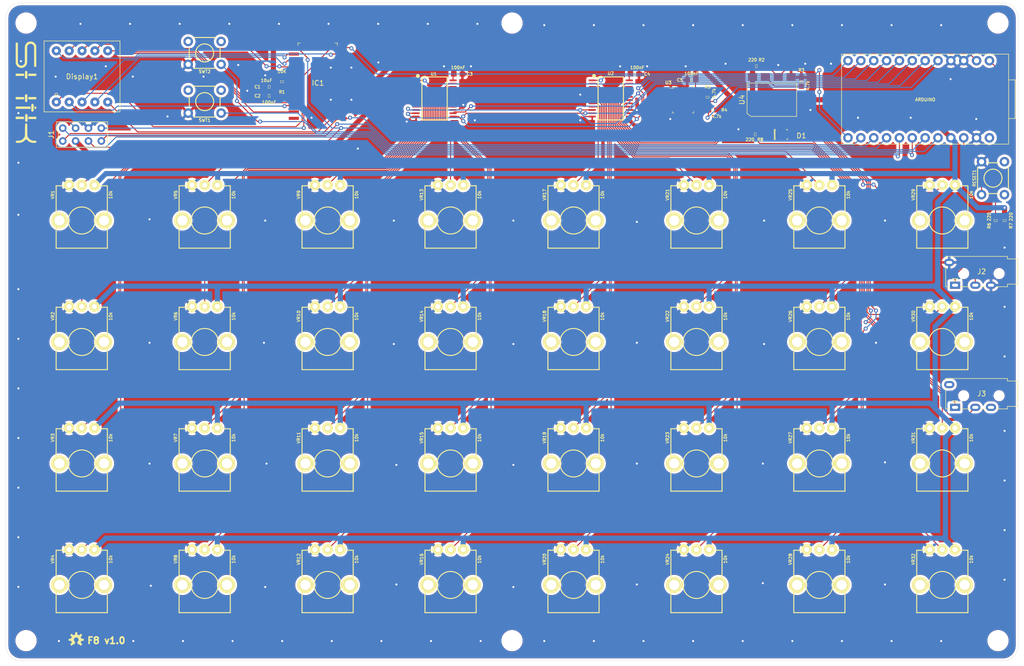
<source format=kicad_pcb>
(kicad_pcb (version 20211014) (generator pcbnew)
  (title_block (title "N32B") (date "2022-09-25") (rev "V3.0") (company "Shik") (comment 1 "https://shik.tech") (comment 2 "CC0 1.0 Universal"))
  (layers (0 "F.Cu" signal) (31 "B.Cu" signal) (34 "B.Paste" user) (35 "F.Paste" user) (36 "B.SilkS" user "B.Silkscreen") (37 "F.SilkS" user "F.Silkscreen") (38 "B.Mask" user) (39 "F.Mask" user) (44 "Edge.Cuts" user))
  (net 0 "")
  (net 1 "GND")
  (net 2 "SWT1")
  (net 3 "SWT2")
  (net 4 "S0")
  (net 5 "S1")
  (net 6 "S2")
  (net 7 "S3")
  (net 8 "MUX1")
  (net 9 "MUX2")
  (net 10 "VCC")
  (net 11 "DIG1")
  (net 12 "SEGG")
  (net 13 "SEGB")
  (net 14 "SEGDP")
  (net 15 "SEGC")
  (net 16 "SEGA")
  (net 17 "SEGE")
  (net 18 "SEGF")
  (net 19 "SEGD")
  (net 20 "DIG0")
  (net 21 "R1")
  (net 22 "R2")
  (net 23 "R3")
  (net 24 "R4")
  (net 25 "R8")
  (net 26 "R7")
  (net 27 "R6")
  (net 28 "R5")
  (net 29 "RX")
  (net 30 "RST")
  (net 31 "Net-(D1-Pad1)")
  (net 32 "Net-(D1-Pad2)")
  (net 33 "MISO")
  (net 34 "MOSI")
  (net 35 "R16")
  (net 36 "R15")
  (net 37 "R14")
  (net 38 "R13")
  (net 39 "R12")
  (net 40 "R11")
  (net 41 "R10")
  (net 42 "R9")
  (net 43 "R24")
  (net 44 "R23")
  (net 45 "R22")
  (net 46 "R21")
  (net 47 "R20")
  (net 48 "R19")
  (net 49 "R18")
  (net 50 "R17")
  (net 51 "R32")
  (net 52 "R31")
  (net 53 "R30")
  (net 54 "R29")
  (net 55 "R28")
  (net 56 "R27")
  (net 57 "R26")
  (net 58 "SDA")
  (net 59 "SCL")
  (net 60 "RESET\\CS")
  (net 61 "SCK")
  (net 62 "A0")
  (net 63 "A1")
  (net 64 "TX0")
  (net 67 "Net-(IC1-Pad18)")
  (net 74 "Net-(J2-PadT)")
  (net 75 "Net-(J2-PadR1)")
  (net 77 "Net-(J3-PadR1)")
  (net 79 "Net-(R3-Pad1)")
  (net 82 "R25")
  (footprint "Switches:TACTILE_SWITCH_PTH_6.0MM" (layer "F.Cu") (at 67.28418 41.52444 180)
    (fp_text reference "SWT1")
    (fp_text value "SPST-6.0MM" hide)
  )
  (footprint "Switches:TACTILE_SWITCH_PTH_6.0MM" (layer "F.Cu") (at 67.28164 31.90038 180)
    (fp_text reference "SWT2")
    (fp_text value "SPST-6.0MM" hide)
  )
  (footprint "Shik:Jack_3.5mm_Horizontal" (layer "F.Cu") (at 220.768 75.088 -90)
    (fp_text reference "J2")
    (fp_text value "AudioJack4" hide)
  )
  (footprint "Capacitors:0603" (layer "F.Cu") (at 80.01 40.386 180)
    (fp_text reference "C2")
    (fp_text value "100nF")
  )
  (footprint "Resistors:0603" (layer "F.Cu") (at 82.55 37.592 90)
    (fp_text reference "R1")
    (fp_text value "10K")
  )
  (footprint "Mountin Holes:MountingHole_3.2mm_M3" (layer "F.Cu") (at 32 26)
    (fp_text reference "H1" hide)
    (fp_text value "MountingHole")
  )
  (footprint "Mountin Holes:MountingHole_3.2mm_M3" (layer "F.Cu") (at 224 26)
    (fp_text reference "H2" hide)
    (fp_text value "MountingHole")
  )
  (footprint "Mountin Holes:MountingHole_3.2mm_M3" (layer "F.Cu") (at 32 148)
    (fp_text reference "H3" hide)
    (fp_text value "MountingHole")
  )
  (footprint "Mountin Holes:MountingHole_3.2mm_M3" (layer "F.Cu") (at 224 148)
    (fp_text reference "H4" hide)
    (fp_text value "MountingHole")
  )
  (footprint "Mountin Holes:MountingHole_3.2mm_M3" (layer "F.Cu") (at 128 26)
    (fp_text reference "H5" hide)
    (fp_text value "MountingHole")
  )
  (footprint "Mountin Holes:MountingHole_3.2mm_M3" (layer "F.Cu") (at 128 148)
    (fp_text reference "H6" hide)
    (fp_text value "MountingHole")
  )
  (footprint "Digikey Footprints:SOIC-24_W7.50mm" (layer "F.Cu") (at 89.59 37.84 90)
    (fp_text reference "IC1")
    (fp_text value "MAX7219CWG+T")
  )
  (footprint "Shik:ARDUINO_PRO_MICRO" (layer "F.Cu") (at 209.608 41.052 -90)
    (fp_text reference "B1" hide)
    (fp_text value "ARDUINO")
  )
  (footprint "Switches:TACTILE_SWITCH_PTH_6.0MM" (layer "F.Cu") (at 223.012 56.642 90)
    (fp_text reference "RESET1")
    (fp_text value "SPST-6.0MM" hide)
  )
  (footprint "Shik:Jack_3.5mm_Horizontal" (layer "F.Cu") (at 220.768 99.218 -90)
    (fp_text reference "J3")
    (fp_text value "AudioJack4" hide)
  )
  (footprint "Capacitors:0603" (layer "F.Cu") (at 80.01 38.602 180)
    (fp_text reference "C1")
    (fp_text value "10uF")
  )
  (footprint "Resistors:0603" (layer "F.Cu") (at 185.166 37.592 90)
    (fp_text reference "R3")
    (fp_text value "4.7k")
  )
  (footprint "Resistors:0603" (layer "F.Cu") (at 225.298 65.024 90)
    (fp_text reference "R7")
    (fp_text value "220")
  )
  (footprint "Resistors:0603" (layer "F.Cu") (at 176.022 48.006)
    (fp_text reference "R8")
    (fp_text value "220")
  )
  (footprint "Shik:6n138SDM" (layer "F.Cu") (at 179.324 41.148)
    (fp_text reference "U4")
    (fp_text value "6N138SDM")
  )
  (footprint "Digikey Footprints:SOD-123" (layer "F.Cu") (at 181.102 48.006)
    (fp_text reference "D1")
    (fp_text value "1N4148W-7-F")
  )
  (footprint "Resistors:0603" (layer "F.Cu") (at 223.52 65.024 90)
    (fp_text reference "R6")
    (fp_text value "220")
  )
  (footprint "Resistors:0603" (layer "F.Cu") (at 176.276 34.544)
    (fp_text reference "R2")
    (fp_text value "220")
  )
  (footprint "Silicon-Standard:SSOP24" (layer "F.Cu") (at 112.696 40.894 -90)
    (fp_text reference "U1")
    (fp_text value "CD74HC4067SM96")
  )
  (footprint "Capacitors:0603" (layer "F.Cu") (at 117.348 36.068 180)
    (fp_text reference "C3")
    (fp_text value "100nF")
  )
  (footprint "Capacitors:0603" (layer "F.Cu") (at 152.23236 36.068 180)
    (fp_text reference "C4")
    (fp_text value "100nF")
  )
  (footprint "Silicon-Standard:SSOP24" (layer "F.Cu") (at 147.502 40.894 -90)
    (fp_text reference "U2")
    (fp_text value "CD74HC4067SM96")
  )
  (footprint "Capacitors:0603" (layer "F.Cu") (at 163.453 37.259)
    (fp_text reference "C5")
    (fp_text value "100nF")
  )
  (footprint "Shik:Connector-2x04-pin" (layer "F.Cu") (at 43.058 48.03)
    (fp_text reference "J1")
    (fp_text value "AVR-ISP-8")
  )
  (footprint "Resistors:0603" (layer "F.Cu") (at 167.64 43.18 180)
    (fp_text reference "R4")
    (fp_text value "4.7k")
  )
  (footprint "Resistors:0603" (layer "F.Cu") (at 166.624 40.64 -90)
    (fp_text reference "R5")
    (fp_text value "4.7k")
  )
  (footprint "Digikey Footprints:SOIC-8_W3.9mm" (layer "F.Cu") (at 161.798 41.148 -90)
    (fp_text reference "U3")
    (fp_text value "CAT24C256WI-GT3")
  )
  (footprint "Resistors:POT-PTH-ALPS-KIT" (layer "F.Cu") (at 67.2862 65 90)
    (fp_text reference "VR5")
    (fp_text value "10k")
  )
  (footprint "Resistors:POT-PTH-ALPS-KIT" (layer "F.Cu") (at 188.7172 113 90)
    (fp_text reference "VR27")
    (fp_text value "10k")
  )
  (footprint "Resistors:POT-PTH-ALPS-KIT" (layer "F.Cu") (at 43 113 90)
    (fp_text reference "VR3")
    (fp_text value "10k")
  )
  (footprint "Resistors:POT-PTH-ALPS-KIT" (layer "F.Cu") (at 43 137 90)
    (fp_text reference "VR4")
    (fp_text value "10k")
  )
  (footprint "Resistors:POT-PTH-ALPS-KIT" (layer "F.Cu") (at 140.1448 137 90)
    (fp_text reference "VR20")
    (fp_text value "10k")
  )
  (footprint "Resistors:POT-PTH-ALPS-KIT" (layer "F.Cu") (at 164.431 113 90)
    (fp_text reference "VR23")
    (fp_text value "10k")
  )
  (footprint "Resistors:POT-PTH-ALPS-KIT" (layer "F.Cu") (at 213.0034 65 90)
    (fp_text reference "VR29")
    (fp_text value "10k")
  )
  (footprint "Resistors:POT-PTH-ALPS-KIT" (layer "F.Cu") (at 188.7172 89 90)
    (fp_text reference "VR26")
    (fp_text value "10k")
  )
  (footprint "Resistors:POT-PTH-ALPS-KIT" (layer "F.Cu") (at 43 65 90)
    (fp_text reference "VR1")
    (fp_text value "10k")
  )
  (footprint "Resistors:POT-PTH-ALPS-KIT" (layer "F.Cu") (at 213.0034 137 90)
    (fp_text reference "VR32")
    (fp_text value "10k")
  )
  (footprint "Resistors:POT-PTH-ALPS-KIT" (layer "F.Cu") (at 164.431 65 90)
    (fp_text reference "VR21")
    (fp_text value "10k")
  )
  (footprint "Resistors:POT-PTH-ALPS-KIT" (layer "F.Cu") (at 140.1448 65 90)
    (fp_text reference "VR17")
    (fp_text value "10k")
  )
  (footprint "Resistors:POT-PTH-ALPS-KIT" (layer "F.Cu") (at 115.8586 137 90)
    (fp_text reference "VR16")
    (fp_text value "10k")
  )
  (footprint "Resistors:POT-PTH-ALPS-KIT" (layer "F.Cu") (at 67.2862 137 90)
    (fp_text reference "VR8")
    (fp_text value "10k")
  )
  (footprint "Resistors:POT-PTH-ALPS-KIT" (layer "F.Cu") (at 188.7172 137 90)
    (fp_text reference "VR28")
    (fp_text value "10k")
  )
  (footprint "Resistors:POT-PTH-ALPS-KIT" (layer "F.Cu") (at 91.5724 113 90)
    (fp_text reference "VR11")
    (fp_text value "10k")
  )
  (footprint "Resistors:POT-PTH-ALPS-KIT" (layer "F.Cu") (at 140.1448 89 90)
    (fp_text reference "VR18")
    (fp_text value "10k")
  )
  (footprint "Resistors:POT-PTH-ALPS-KIT" (layer "F.Cu") (at 164.431 137 90)
    (fp_text reference "VR24")
    (fp_text value "10k")
  )
  (footprint "Resistors:POT-PTH-ALPS-KIT" (layer "F.Cu") (at 91.5724 89 90)
    (fp_text reference "VR10")
    (fp_text value "10k")
  )
  (footprint "Resistors:POT-PTH-ALPS-KIT" (layer "F.Cu") (at 43 89 90)
    (fp_text reference "VR2")
    (fp_text value "10k")
  )
  (footprint "Resistors:POT-PTH-ALPS-KIT" (layer "F.Cu") (at 67.2862 89 90)
    (fp_text reference "VR6")
    (fp_text value "10k")
  )
  (footprint "Resistors:POT-PTH-ALPS-KIT" (layer "F.Cu") (at 67.2862 113 90)
    (fp_text reference "VR7")
    (fp_text value "10k")
  )
  (footprint "Resistors:POT-PTH-ALPS-KIT" (layer "F.Cu") (at 91.5724 65 90)
    (fp_text reference "VR9")
    (fp_text value "10k")
  )
  (footprint "Resistors:POT-PTH-ALPS-KIT" (layer "F.Cu") (at 213.0034 113 90)
    (fp_text reference "VR31")
    (fp_text value "10k")
  )
  (footprint "Resistors:POT-PTH-ALPS-KIT" (layer "F.Cu") (at 115.8586 113 90)
    (fp_text reference "VR15")
    (fp_text value "10k")
  )
  (footprint "Resistors:POT-PTH-ALPS-KIT" (layer "F.Cu") (at 213.0034 89 90)
    (fp_text reference "VR30")
    (fp_text value "10k")
  )
  (footprint "Resistors:POT-PTH-ALPS-KIT" (layer "F.Cu") (at 164.431 89 90)
    (fp_text reference "VR22")
    (fp_text value "10k")
  )
  (footprint "Resistors:POT-PTH-ALPS-KIT" (layer "F.Cu") (at 115.8586 65 90)
    (fp_text reference "VR13")
    (fp_text value "10k")
  )
  (footprint "Aesthetics:OSHW-LOGO-S" (layer "F.Cu") (at 41.91 147.828)
    (fp_text reference "LOGO1" hide)
    (fp_text value "OSHW-LOGOS" hide)
  )
  (footprint "Resistors:POT-PTH-ALPS-KIT" (layer "F.Cu") (at 91.5724 137 90)
    (fp_text reference "VR12")
    (fp_text value "10k")
  )
  (footprint "Resistors:POT-PTH-ALPS-KIT" (layer "F.Cu") (at 140.1448 113 90)
    (fp_text reference "VR19")
    (fp_text value "10k")
  )
  (footprint "Shik:SHIK-logo" (layer "F.Cu") (at 31.766216 29.815757)
    (fp_text reference "LOGO2" hide)
    (fp_text value "SHIK-Logo" hide)
  )
  (footprint "Resistors:POT-PTH-ALPS-KIT" (layer "F.Cu") (at 115.8586 89 90)
    (fp_text reference "VR14")
    (fp_text value "10k")
  )
  (footprint "Resistors:POT-PTH-ALPS-KIT" (layer "F.Cu") (at 188.7172 65 90)
    (fp_text reference "VR25")
    (fp_text value "10k")
  )
  (footprint "Shik:7-Segment-2-Digits-0.36inch" (layer "F.Cu") (at 43.058 36.542)
    (fp_text reference "Display1")
    (fp_text value "7-seg-2digit-0.36inch-cathode-display" hide)
  )
  (gr_line (start 228 25) (end 228 149) (layer "Edge.Cuts") (width 0.05))
  (gr_line (start 225 152) (end 31 152) (layer "Edge.Cuts") (width 0.05))
  (gr_line (start 28 149) (end 28 25) (layer "Edge.Cuts") (width 0.05))
  (gr_line (start 31 22) (end 225 22) (layer "Edge.Cuts") (width 0.05))
  (gr_arc (start 31 152) (mid 28.87868 151.12132) (end 28 149) (layer "Edge.Cuts") (width 0.05))
  (gr_arc (start 228 149) (mid 227.12132 151.12132) (end 225 152) (layer "Edge.Cuts") (width 0.05))
  (gr_arc (start 28 25) (mid 28.87868 22.87868) (end 31 22) (layer "Edge.Cuts") (width 0.05))
  (gr_arc (start 225 22) (mid 227.12132 22.87868) (end 228 25) (layer "Edge.Cuts") (width 0.05))
  (gr_text "F8 v1.0" (at 43.942 147.986) (layer "F.SilkS") (effects (font (size 1.3 1.3) (thickness 0.3)) (justify left)))
  (segment (start 117.3607 43.1673) (end 118.364 42.164) (width 0.2032) (layer "F.Cu") (net 1))
  (segment (start 151.15706 43.1673) (end 152.6413 43.1673) (width 0.2032) (layer "F.Cu") (net 1))
  (segment (start 116.35106 43.1673) (end 117.3607 43.1673) (width 0.2032) (layer "F.Cu") (net 1))
  (segment (start 152.6413 43.1673) (end 152.654 43.18) (width 0.2032) (layer "F.Cu") (net 1))
  (segment (start 109.04094 44.46778) (end 108.18622 44.46778) (width 0.2032) (layer "F.Cu") (net 1))
  (segment (start 142.22222 44.46778) (end 141.478 45.212) (width 0.2032) (layer "F.Cu") (net 1))
  (segment (start 108.18622 44.46778) (end 107.188 45.466) (width 0.2032) (layer "F.Cu") (net 1))
  (segment (start 143.84694 44.46778) (end 142.22222 44.46778) (width 0.2032) (layer "F.Cu") (net 1))
  (via (at 141.478 40.132) (size 0.8) (drill 0.4) (layers "F.Cu" "B.Cu") (net 1))
  (via (at 96.266 34.798) (size 0.8) (drill 0.4) (layers "F.Cu" "B.Cu") (net 1))
  (via (at 97.536 50.8) (size 0.8) (drill 0.4) (layers "F.Cu" "B.Cu") (net 1))
  (via (at 105.156 113.284) (size 0.8) (drill 0.4) (layers "F.Cu" "B.Cu") (net 1))
  (via (at 121.800475 148.082) (size 0.8) (drill 0.4) (layers "F.Cu" "B.Cu") (net 1))
  (via (at 59.944 44.45) (size 0.8) (drill 0.4) (layers "F.Cu" "B.Cu") (net 1))
  (via (at 118.364 42.164) (size 0.8) (drill 0.4) (layers "F.Cu" "B.Cu") (net 1))
  (via (at 42.746705 26.162) (size 0.8) (drill 0.4) (layers "F.Cu" "B.Cu") (net 1))
  (via (at 79.248 137.414) (size 0.8) (drill 0.4) (layers "F.Cu" "B.Cu") (net 1))
  (via (at 101.6 33.782) (size 0.8) (drill 0.4) (layers "F.Cu" "B.Cu") (net 1))
  (via (at 53.19059 148.082) (size 0.8) (drill 0.4) (layers "F.Cu" "B.Cu") (net 1))
  (via (at 180.594 34.29) (size 0.8) (drill 0.4) (layers "F.Cu" "B.Cu") (net 1))
  (via (at 128.27 65.024) (size 0.8) (drill 0.4) (layers "F.Cu" "B.Cu") (net 1))
  (via (at 199.898 89.154) (size 0.8) (drill 0.4) (layers "F.Cu" "B.Cu") (net 1))
  (via (at 79.248 36.322) (size 0.8) (drill 0.4) (layers "F.Cu" "B.Cu") (net 1))
  (via (at 96.266 41.148) (size 0.8) (drill 0.4) (layers "F.Cu" "B.Cu") (net 1))
  (via (at 128.27 137.414) (size 0.8) (drill 0.4) (layers "F.Cu" "B.Cu") (net 1))
  (via (at 225.298 91.85836) (size 0.8) (drill 0.4) (layers "F.Cu" "B.Cu") (net 1))
  (via (at 56.388 113.03) (size 0.8) (drill 0.4) (layers "F.Cu" "B.Cu") (net 1))
  (via (at 30.988 33.528) (size 0.8) (drill 0.4) (layers "F.Cu" "B.Cu") (net 1))
  (via (at 30.48 63.87354) (size 0.8) (drill 0.4) (layers "F.Cu" "B.Cu") (net 1))
  (via (at 225.298 70.358) (size 0.8) (drill 0.4) (layers "F.Cu" "B.Cu") (net 1))
  (via (at 193.17446 148.082) (size 0.8) (drill 0.4) (layers "F.Cu" "B.Cu") (net 1))
  (via (at 141.478 45.212) (size 0.8) (drill 0.4) (layers "F.Cu" "B.Cu") (net 1))
  (via (at 152.654 113.03) (size 0.8) (drill 0.4) (layers "F.Cu" "B.Cu") (net 1))
  (via (at 162.306 34.544) (size 0.8) (drill 0.4) (layers "F.Cu" "B.Cu") (net 1))
  (via (at 201.676 112.776) (size 0.8) (drill 0.4) (layers "F.Cu" "B.Cu") (net 1))
  (via (at 219.71 44.958) (size 0.8) (drill 0.4) (layers "F.Cu" "B.Cu") (net 1))
  (via (at 53.086 36.576) (size 0.8) (drill 0.4) (layers "F.Cu" "B.Cu") (net 1))
  (via (at 206.756 44.704) (size 0.8) (drill 0.4) (layers "F.Cu" "B.Cu") (net 1))
  (via (at 121.158 26.162) (size 0.8) (drill 0.4) (layers "F.Cu" "B.Cu") (net 1))
  (via (at 144.16741 148.082) (size 0.8) (drill 0.4) (layers "F.Cu" "B.Cu") (net 1))
  (via (at 193.17446 26.416) (size 0.8) (drill 0.4) (layers "F.Cu" "B.Cu") (net 1))
  (via (at 79.502 113.03) (size 0.8) (drill 0.4) (layers "F.Cu" "B.Cu") (net 1))
  (via (at 128.27 113.284) (size 0.8) (drill 0.4) (layers "F.Cu" "B.Cu") (net 1))
  (via (at 183.37305 26.416) (size 0.8) (drill 0.4) (layers "F.Cu" "B.Cu") (net 1))
  (via (at 38.488475 148.082) (size 0.8) (drill 0.4) (layers "F.Cu" "B.Cu") (net 1))
  (via (at 104.648 65.024) (size 0.8) (drill 0.4) (layers "F.Cu" "B.Cu") (net 1))
  (via (at 105.156 136.906) (size 0.8) (drill 0.4) (layers "F.Cu" "B.Cu") (net 1))
  (via (at 92.202 34.798) (size 0.8) (drill 0.4) (layers "F.Cu" "B.Cu") (net 1))
  (via (at 78.994 89.154) (size 0.8) (drill 0.4) (layers "F.Cu" "B.Cu") (net 1))
  (via (at 225.298 82.05695) (size 0.8) (drill 0.4) (layers "F.Cu" "B.Cu") (net 1))
  (via (at 92.39623 148.082) (size 0.8) (drill 0.4) (layers "F.Cu" "B.Cu") (net 1))
  (via (at 186.944 43.18) (size 0.8) (drill 0.4) (layers "F.Cu" "B.Cu") (net 1))
  (via (at 202.97587 26.416) (size 0.8) (drill 0.4) (layers "F.Cu" "B.Cu") (net 1))
  (via (at 225.298 135.964705) (size 0.8) (drill 0.4) (layers "F.Cu" "B.Cu") (net 1))
  (via (at 196.342 44.704) (size 0.8) (drill 0.4) (layers "F.Cu" "B.Cu") (net 1))
  (via (at 30.48 53.594) (size 0.8) (drill 0.4) (layers "F.Cu" "B.Cu") (net 1))
  (via (at 152.654 89.154) (size 0.8) (drill 0.4) (layers "F.Cu" "B.Cu") (net 1))
  (via (at 153.96882 26.416) (size 0.8) (drill 0.4) (layers "F.Cu" "B.Cu") (net 1))
  (via (at 75.692 39.37) (size 0.8) (drill 0.4) (layers "F.Cu" "B.Cu") (net 1))
  (via (at 114.554 34.544) (size 0.8) (drill 0.4) (layers "F.Cu" "B.Cu") (net 1))
  (via (at 163.77023 148.082) (size 0.8) (drill 0.4) (layers "F.Cu" "B.Cu") (net 1))
  (via (at 30.48 137.384115) (size 0.8) (drill 0.4) (layers "F.Cu" "B.Cu") (net 1))
  (via (at 56.388 89.154) (size 0.8) (drill 0.4) (layers "F.Cu" "B.Cu") (net 1))
  (via (at 134.366 26.416) (size 0.8) (drill 0.4) (layers "F.Cu" "B.Cu") (net 1))
  (via (at 212.77728 26.416) (size 0.8) (drill 0.4) (layers "F.Cu" "B.Cu") (net 1))
  (via (at 30.48 98.178475) (size 0.8) (drill 0.4) (layers "F.Cu" "B.Cu") (net 1))
  (via (at 91.753755 26.162) (size 0.8) (drill 0.4) (layers "F.Cu" "B.Cu") (net 1))
  (via (at 79.248 65.024) (size 0.8) (drill 0.4) (layers "F.Cu" "B.Cu") (net 1))
  (via (at 202.97587 148.082) (size 0.8) (drill 0.4) (layers "F.Cu" "B.Cu") (net 1))
  (via (at 30.48 107.979885) (size 0.8) (drill 0.4) (layers "F.Cu" "B.Cu") (net 1))
  (via (at 92.202 41.148) (size 0.8) (drill 0.4) (layers "F.Cu" "B.Cu") (net 1))
  (via (at 173.57164 26.416) (size 0.8) (drill 0.4) (layers "F.Cu" "B.Cu") (net 1))
  (via (at 88.392 44.704) (size 0.8) (drill 0.4) (layers "F.Cu" "B.Cu") (net 1))
  (via (at 153.96882 148.082) (size 0.8) (drill 0.4) (layers "F.Cu" "B.Cu") (net 1))
  (via (at 107.188 45.466) (size 0.8) (drill 0.4) (layers "F.Cu" "B.Cu") (net 1))
  (via (at 172.72 46.99) (size 0.8) (drill 0.4) (layers "F.Cu" "B.Cu") (net 1))
  (via (at 173.57164 148.082) (size 0.8) (drill 0.4) (layers "F.Cu" "B.Cu") (net 1))
  (via (at 67.056 36.576) (size 0.8) (drill 0.4) (layers "F.Cu" "B.Cu") (net 1))
  (via (at 152.654 43.18) (size 0.8) (drill 0.4) (layers "F.Cu" "B.Cu") (net 1))
  (via (at 170.18 34.036) (size 0.8) (drill 0.4) (layers "F.Cu" "B.Cu") (net 1))
  (via (at 82.59482 148.082) (size 0.8) (drill 0.4) (layers "F.Cu" "B.Cu") (net 1))
  (via (at 81.952345 26.162) (size 0.8) (drill 0.4) (layers "F.Cu" "B.Cu") (net 1))
  (via (at 30.48 117.781295) (size 0.8) (drill 0.4) (layers "F.Cu" "B.Cu") (net 1))
  (via (at 72.150935 26.162) (size 0.8) (drill 0.4) (layers "F.Cu" "B.Cu") (net 1))
  (via (at 102.19764 148.082) (size 0.8) (drill 0.4) (layers "F.Cu" "B.Cu") (net 1))
  (via (at 177.546 136.652) (size 0.8) (drill 0.4) (layers "F.Cu" "B.Cu") (net 1))
  (via (at 37.846 36.576) (size 0.8) (drill 0.4) (layers "F.Cu" "B.Cu") (net 1))
  (via (at 104.648 89.408) (size 0.8) (drill 0.4) (layers "F.Cu" "B.Cu") (net 1))
  (via (at 73.914 34.29) (size 0.8) (drill 0.4) (layers "F.Cu" "B.Cu") (net 1))
  (via (at 225.298 126.163295) (size 0.8) (drill 0.4) (layers "F.Cu" "B.Cu") (net 1))
  (via (at 201.676 65.024) (size 0.8) (drill 0.4) (layers "F.Cu" "B.Cu") (net 1))
  (via (at 47.752 34.544) (size 0.8) (drill 0.4) (layers "F.Cu" "B.Cu") (net 1))
  (via (at 185.928 34.036) (size 0.8) (drill 0.4) (layers "F.Cu" "B.Cu") (net 1))
  (via (at 56.642 137.16) (size 0.8) (drill 0.4) (layers "F.Cu" "B.Cu") (net 1))
  (via (at 225.298 116.361885) (size 0.8) (drill 0.4) (layers "F.Cu" "B.Cu") (net 1))
  (via (at 144.16741 26.416) (size 0.8) (drill 0.4) (layers "F.Cu" "B.Cu") (net 1))
  (via (at 134.366 148.082) (size 0.8) (drill 0.4) (layers "F.Cu" "B.Cu") (net 1))
  (via (at 30.48 78.575655) (size 0.8) (drill 0.4) (layers "F.Cu" "B.Cu") (net 1))
  (via (at 72.79341 148.082) (size 0.8) (drill 0.4) (layers "F.Cu" "B.Cu") (net 1))
  (via (at 120.65 45.212) (size 0.8) (drill 0.4) (layers "F.Cu" "B.Cu") (net 1))
  (via (at 212.77728 148.082) (size 0.8) (drill 0.4) (layers "F.Cu" "B.Cu") (net 1))
  (via (at 201.676 136.906) (size 0.8) (drill 0.4) (layers "F.Cu" "B.Cu") (net 1))
  (via (at 119.888 34.544) (size 0.8) (drill 0.4) (layers "F.Cu" "B.Cu") (net 1))
  (via (at 128.27 89.408) (size 0.8) (drill 0.4) (layers "F.Cu" "B.Cu") (net 1))
  (via (at 30.48 127.582705) (size 0.8) (drill 0.4) (layers "F.Cu" "B.Cu") (net 1))
  (via (at 163.77023 26.416) (size 0.8) (drill 0.4) (layers "F.Cu" "B.Cu") (net 1))
  (via (at 152.654 136.906) (size 0.8) (drill 0.4) (layers "F.Cu" "B.Cu") (net 1))
  (via (at 152.654 65.278) (size 0.8) (drill 0.4) (layers "F.Cu" "B.Cu") (net 1))
  (via (at 183.37305 148.082) (size 0.8) (drill 0.4) (layers "F.Cu" "B.Cu") (net 1))
  (via (at 62.992 148.082) (size 0.8) (drill 0.4) (layers "F.Cu" "B.Cu") (net 1))
  (via (at 30.48 88.377065) (size 0.8) (drill 0.4) (layers "F.Cu" "B.Cu") (net 1))
  (via (at 177.546 113.03) (size 0.8) (drill 0.4) (layers "F.Cu" "B.Cu") (net 1))
  (via (at 56.388 64.77) (size 0.8) (drill 0.4) (layers "F.Cu" "B.Cu") (net 1))
  (via (at 111.99905 148.082) (size 0.8) (drill 0.4) (layers "F.Cu" "B.Cu") (net 1))
  (via (at 52.548115 26.162) (size 0.8) (drill 0.4) (layers "F.Cu" "B.Cu") (net 1))
  (via (at 191.008 34.036) (size 0.8) (drill 0.4) (layers "F.Cu" "B.Cu") (net 1))
  (via (at 62.349525 26.162) (size 0.8) (drill 0.4) (layers "F.Cu" "B.Cu") (net 1))
  (via (at 159.258 44.958) (size 0.8) (drill 0.4) (layers "F.Cu" "B.Cu") (net 1))
  (via (at 30.48 43.79259) (size 0.8) (drill 0.4) (layers "F.Cu" "B.Cu") (net 1))
  (via (at 101.555165 26.162) (size 0.8) (drill 0.4) (layers "F.Cu" "B.Cu") (net 1))
  (via (at 154.686 34.544) (size 0.8) (drill 0.4) (layers "F.Cu" "B.Cu") (net 1))
  (via (at 149.352 34.544) (size 0.8) (drill 0.4) (layers "F.Cu" "B.Cu") (net 1))
  (via (at 177.8 89.408) (size 0.8) (drill 0.4) (layers "F.Cu" "B.Cu") (net 1))
  (via (at 177.8 65.024) (size 0.8) (drill 0.4) (layers "F.Cu" "B.Cu") (net 1))
  (via (at 111.356575 26.162) (size 0.8) (drill 0.4) (layers "F.Cu" "B.Cu") (net 1))
  (via (at 214.63 37.084) (size 0.8) (drill 0.4) (layers "F.Cu" "B.Cu") (net 1))
  (via (at 225.298 106.560475) (size 0.8) (drill 0.4) (layers "F.Cu" "B.Cu") (net 1))
  (segment (start 99.987134 47.492598) (end 103.521639 51.027103) (width 0.2032) (layer "B.Cu") (net 2))
  (segment (start 89.402598 47.492598) (end 99.987134 47.492598) (width 0.2032) (layer "B.Cu") (net 2))
  (segment (start 207.252897 51.027103) (end 209.608 48.672) (width 0.2032) (layer "B.Cu") (net 2))
  (segment (start 103.521639 51.027103) (end 207.252897 51.027103) (width 0.2032) (layer "B.Cu") (net 2))
  (segment (start 70.53538 43.78504) (end 85.69504 43.78504) (width 0.2032) (layer "B.Cu") (net 2))
  (segment (start 85.69504 43.78504) (end 89.402598 47.492598) (width 0.2032) (layer "B.Cu") (net 2))
  (segment (start 73.66 41.402) (end 77.724 45.466) (width 0.2032) (layer "F.Cu") (net 3))
  (segment (start 77.724 45.466) (end 78.232 45.466) (width 0.2032) (layer "F.Cu") (net 3))
  (via (at 73.66 41.402) (size 0.8) (drill 0.4) (layers "F.Cu" "B.Cu") (net 3))
  (via (at 78.232 45.466) (size 0.8) (drill 0.4) (layers "F.Cu" "B.Cu") (net 3))
  (segment (start 99.850567 47.822299) (end 89.266031 47.822299) (width 0.2032) (layer "B.Cu") (net 3))
  (segment (start 86.909732 45.466) (end 78.232 45.466) (width 0.2032) (layer "B.Cu") (net 3))
  (segment (start 70.53284 34.16098) (end 73.66 37.28814) (width 0.2032) (layer "B.Cu") (net 3))
  (segment (start 212.148 48.672) (end 209.463196 51.356804) (width 0.2032) (layer "B.Cu") (net 3))
  (segment (start 89.266031 47.822299) (end 86.909732 45.466) (width 0.2032) (layer "B.Cu") (net 3))
  (segment (start 103.385072 51.356804) (end 99.850567 47.822299) (width 0.2032) (layer "B.Cu") (net 3))
  (segment (start 209.463196 51.356804) (end 103.385072 51.356804) (width 0.2032) (layer "B.Cu") (net 3))
  (segment (start 73.66 37.28814) (end 73.66 41.402) (width 0.2032) (layer "B.Cu") (net 3))
  (segment (start 143.84694 43.1673) (end 141.4907 43.1673) (width 0.2032) (layer "F.Cu") (net 4))
  (segment (start 107.6833 43.1673) (end 107.442 42.926) (width 0.2032) (layer "F.Cu") (net 4))
  (segment (start 141.4907 43.1673) (end 141.478 43.18) (width 0.2032) (layer "F.Cu") (net 4))
  (segment (start 109.04094 43.1673) (end 107.6833 43.1673) (width 0.2032) (layer "F.Cu") (net 4))
  (via (at 141.478 43.18) (size 0.8) (drill 0.4) (layers "F.Cu" "B.Cu") (net 4))
  (via (at 107.442 42.926) (size 0.8) (drill 0.4) (layers "F.Cu" "B.Cu") (net 4))
  (segment (start 156.34833 38.046206) (end 148.554436 45.8401) (width 0.2032) (layer "B.Cu") (net 4))
  (segment (start 202.453794 38.046206) (end 156.34833 38.046206) (width 0.2032) (layer "B.Cu") (net 4))
  (segment (start 143.002 45.212) (end 141.478 43.688) (width 0.2032) (layer "B.Cu") (net 4))
  (segment (start 141.478 43.18) (end 107.696 43.18) (width 0.2032) (layer "B.Cu") (net 4))
  (segment (start 107.696 43.18) (end 107.442 42.926) (width 0.2032) (layer "B.Cu") (net 4))
  (segment (start 148.554436 45.8401) (end 143.6301 45.8401) (width 0.2032) (layer "B.Cu") (net 4))
  (segment (start 143.6301 45.8401) (end 143.002 45.212) (width 0.2032) (layer "B.Cu") (net 4))
  (segment (start 207.068 33.432) (end 202.453794 38.046206) (width 0.2032) (layer "B.Cu") (net 4))
  (segment (start 141.478 43.688) (end 141.478 43.18) (width 0.2032) (layer "B.Cu") (net 4))
  (segment (start 142.499406 43.81754) (end 142.495204 43.813338) (width 0.2032) (layer "F.Cu") (net 5))
  (segment (start 142.495204 43.813338) (end 118.996302 43.813338) (width 0.2032) (layer "F.Cu") (net 5))
  (segment (start 107.56646 43.81754) (end 107.442 43.942) (width 0.2032) (layer "F.Cu") (net 5))
  (segment (start 143.84694 43.81754) (end 142.499406 43.81754) (width 0.2032) (layer "F.Cu") (net 5))
  (segment (start 109.04094 43.81754) (end 107.56646 43.81754) (width 0.2032) (layer "F.Cu") (net 5))
  (segment (start 118.996302 43.813338) (end 118.364 44.44564) (width 0.2032) (layer "F.Cu") (net 5))
  (via (at 142.495204 43.813338) (size 0.8) (drill 0.4) (layers "F.Cu" "B.Cu") (net 5))
  (via (at 118.364 44.44564) (size 0.8) (drill 0.4) (layers "F.Cu" "B.Cu") (net 5))
  (via (at 107.442 43.942) (size 0.8) (drill 0.4) (layers "F.Cu" "B.Cu") (net 5))
  (segment (start 118.10564 44.704) (end 118.364 44.44564) (width 0.2032) (layer "B.Cu") (net 5))
  (segment (start 156.211763 37.716505) (end 150.11493 43.813338) (width 0.2032) (layer "B.Cu") (net 5))
  (segment (start 107.442 43.942) (end 108.204 44.704) (width 0.2032) (layer "B.Cu") (net 5))
  (segment (start 150.11493 43.813338) (end 142.495204 43.813338) (width 0.2032) (layer "B.Cu") (net 5))
  (segment (start 204.528 33.432) (end 200.243495 37.716505) (width 0.2032) (layer "B.Cu") (net 5))
  (segment (start 200.243495 37.716505) (end 156.211763 37.716505) (width 0.2032) (layer "B.Cu") (net 5))
  (segment (start 108.204 44.704) (end 118.10564 44.704) (width 0.2032) (layer "B.Cu") (net 5))
  (segment (start 116.59871 43.56989) (end 118.73611 43.56989) (width 0.2032) (layer "F.Cu") (net 6))
  (segment (start 153.67 40.64) (end 152.908 39.878) (width 0.2032) (layer "F.Cu") (net 6))
  (segment (start 151.15706 43.81754) (end 153.28646 43.81754) (width 0.2032) (layer "F.Cu") (net 6))
  (segment (start 153.67 43.434) (end 153.67 40.64) (width 0.2032) (layer "F.Cu") (net 6))
  (segment (start 116.35106 43.81754) (end 116.59871 43.56989) (width 0.2032) (layer "F.Cu") (net 6))
  (segment (start 118.73611 43.56989) (end 119.888 42.418) (width 0.2032) (layer "F.Cu") (net 6))
  (segment (start 153.28646 43.81754) (end 153.67 43.434) (width 0.2032) (layer "F.Cu") (net 6))
  (via (at 152.908 39.878) (size 0.8) (drill 0.4) (layers "F.Cu" "B.Cu") (net 6))
  (via (at 119.888 42.418) (size 0.8) (drill 0.4) (layers "F.Cu" "B.Cu") (net 6))
  (segment (start 155.399196 37.386804) (end 152.908 39.878) (width 0.2032) (layer "B.Cu") (net 6))
  (segment (start 152.908 39.878) (end 150.368 42.418) (width 0.2032) (layer "B.Cu") (net 6))
  (segment (start 198.033196 37.386804) (end 155.399196 37.386804) (width 0.2032) (layer "B.Cu") (net 6))
  (segment (start 201.988 33.432) (end 198.033196 37.386804) (width 0.2032) (layer "B.Cu") (net 6))
  (segment (start 150.368 42.418) (end 119.888 42.418) (width 0.2032) (layer "B.Cu") (net 6))
  (segment (start 116.35106 44.46778) (end 117.459637 44.46778) (width 0.2032) (layer "F.Cu") (net 7))
  (segment (start 152.16378 44.46778) (end 152.654 44.958) (width 0.2032) (layer "F.Cu") (net 7))
  (segment (start 153.999701 43.612299) (end 152.654 44.958) (width 0.2032) (layer "F.Cu") (net 7))
  (segment (start 153.999701 39.953701) (end 153.999701 43.612299) (width 0.2032) (layer "F.Cu") (net 7))
  (segment (start 117.459637 44.46778) (end 118.364 45.372143) (width 0.2032) (layer "F.Cu") (net 7))
  (segment (start 151.15706 44.46778) (end 152.16378 44.46778) (width 0.2032) (layer "F.Cu") (net 7))
  (segment (start 152.908 38.862) (end 153.999701 39.953701) (width 0.2032) (layer "F.Cu") (net 7))
  (via (at 152.908 38.862) (size 0.8) (drill 0.4) (layers "F.Cu" "B.Cu") (net 7))
  (via (at 152.654 44.958) (size 0.8) (drill 0.4) (layers "F.Cu" "B.Cu") (net 7))
  (via (at 118.364 45.372143) (size 0.8) (drill 0.4) (layers "F.Cu" "B.Cu") (net 7))
  (segment (start 151.188199 46.423801) (end 152.654 44.958) (width 0.2032) (layer "B.Cu") (net 7))
  (segment (start 118.364 45.372143) (end 119.415658 46.423801) (width 0.2032) (layer "B.Cu") (net 7))
  (segment (start 153.120268 38.862) (end 152.908 38.862) (width 0.2032) (layer "B.Cu") (net 7))
  (segment (start 195.822897 37.057103) (end 154.925165 37.057103) (width 0.2032) (layer "B.Cu") (net 7))
  (segment (start 154.925165 37.057103) (end 153.120268 38.862) (width 0.2032) (layer "B.Cu") (net 7))
  (segment (start 199.448 33.432) (end 195.822897 37.057103) (width 0.2032) (layer "B.Cu") (net 7))
  (segment (start 119.415658 46.423801) (end 151.188199 46.423801) (width 0.2032) (layer "B.Cu") (net 7))
  (segment (start 109.04094 37.32022) (end 110.72622 37.32022) (width 0.2032) (layer "F.Cu") (net 8))
  (segment (start 110.72622 37.32022) (end 110.744 37.338) (width 0.2032) (layer "F.Cu") (net 8))
  (via (at 110.744 37.338) (size 0.8) (drill 0.4) (layers "F.Cu" "B.Cu") (net 8))
  (segment (start 154.746866 36.727402) (end 153.449969 38.024299) (width 0.2032) (layer "B.Cu") (net 8))
  (segment (start 193.612598 36.727402) (end 154.746866 36.727402) (width 0.2032) (layer "B.Cu") (net 8))
  (segment (start 196.908 33.432) (end 193.612598 36.727402) (width 0.2032) (layer "B.Cu") (net 8))
  (segment (start 153.449969 38.024299) (end 111.430299 38.024299) (width 0.2032) (layer "B.Cu") (net 8))
  (segment (start 111.430299 38.024299) (end 110.744 37.338) (width 0.2032) (layer "B.Cu") (net 8))
  (segment (start 143.84694 37.32022) (end 145.52422 37.32022) (width 0.2032) (layer "F.Cu") (net 9))
  (segment (start 145.52422 37.32022) (end 145.542 37.338) (width 0.2032) (layer "F.Cu") (net 9))
  (via (at 145.542 37.338) (size 0.8) (drill 0.4) (layers "F.Cu" "B.Cu") (net 9))
  (segment (start 146.482299 36.397701) (end 145.542 37.338) (width 0.2032) (layer "B.Cu") (net 9))
  (segment (start 191.402299 36.397701) (end 146.482299 36.397701) (width 0.2032) (layer "B.Cu") (net 9))
  (segment (start 194.368 33.432) (end 191.402299 36.397701) (width 0.2032) (layer "B.Cu") (net 9))
  (segment (start 171.704 41.148) (end 170.52036 41.148) (width 1.016) (layer "F.Cu") (net 10))
  (segment (start 116.35106 36.21658) (end 116.49964 36.068) (width 0.2032) (layer "F.Cu") (net 10))
  (segment (start 164.248 39.243) (end 164.248 37.31236) (width 0.2032) (layer "F.Cu") (net 10))
  (segment (start 175.514 36.643) (end 175.514 34.63036) (width 1.016) (layer "F.Cu") (net 10))
  (segment (start 172.72 41.148) (end 171.704 41.148) (width 1.016) (layer "F.Cu") (net 10))
  (segment (start 225.298 62.484) (end 225.298 64.17564) (width 1.016) (layer "F.Cu") (net 10))
  (segment (start 84.89 38.475) (end 82.58464 38.475) (width 0.2032) (layer "F.Cu") (net 10))
  (segment (start 82.38836 38.602) (end 82.55 38.44036) (width 1.016) (layer "F.Cu") (net 10))
  (segment (start 164.248 37.31236) (end 164.30136 37.259) (width 0.2032) (layer "F.Cu") (net 10))
  (segment (start 175.514 34.63036) (end 175.42764 34.544) (width 1.016) (layer "F.Cu") (net 10))
  (segment (start 116.586 32.766) (end 105.664 32.766) (width 1.016) (layer "F.Cu") (net 10))
  (segment (start 164.338 33.782) (end 164.30136 33.81864) (width 1.016) (layer "F.Cu") (net 10))
  (segment (start 80.85836 38.602) (end 80.85836 40.386) (width 1.016) (layer "F.Cu") (net 10))
  (segment (start 175.514 41.148) (end 172.72 41.148) (width 1.016) (layer "F.Cu") (net 10))
  (segment (start 104.648 33.782) (end 100.076 29.21) (width 1.016) (layer "F.Cu") (net 10))
  (segment (start 164.338 33.782) (end 163.322 32.766) (width 1.016) (layer "F.Cu") (net 10))
  (segment (start 151.384 32.766) (end 151.384 36.068) (width 1.016) (layer "F.Cu") (net 10))
  (segment (start 82.55 38.417) (end 82.55 38.608) (width 0.2032) (layer "F.Cu") (net 10))
  (segment (start 151.15706 36.29494) (end 151.384 36.068) (width 0.2032) (layer "F.Cu") (net 10))
  (segment (start 175.514 41.148) (end 175.514 36.643) (width 1.016) (layer "F.Cu") (net 10))
  (segment (start 170.52036 41.148) (end 168.48836 43.18) (width 1.016) (layer "F.Cu") (net 10))
  (segment (start 207.164 41.148) (end 175.514 41.148) (width 1.016) (layer "F.Cu") (net 10))
  (segment (start 100.856993 42.164) (end 91.204993 51.816) (width 1.016) (layer "F.Cu") (net 10))
  (segment (start 100.856993 37.573007) (end 100.856993 42.164) (width 1.016) (layer "F.Cu") (net 10))
  (segment (start 116.49964 32.85236) (end 116.49964 36.068) (width 1.016) (layer "F.Cu") (net 10))
  (segment (start 151.384 32.766) (end 116.586 32.766) (width 1.016) (layer "F.Cu") (net 10))
  (segment (start 91.204993 51.816) (end 44.304 51.816) (width 1.016) (layer "F.Cu") (net 10))
  (segment (start 82.58464 38.475) (end 82.55 38.44036) (width 0.2032) (layer "F.Cu") (net 10))
  (segment (start 116.586 32.766) (end 116.49964 32.85236) (width 1.016) (layer "F.Cu") (net 10))
  (segment (start 100.076 29.21) (end 82.804 29.21) (width 1.016) (layer "F.Cu") (net 10))
  (segment (start 44.304 51.816) (end 41.788 49.3) (width 1.016) (layer "F.Cu") (net 10))
  (segment (start 166.07536 39.243) (end 166.624 39.79164) (width 0.2032) (layer "F.Cu") (net 10))
  (segment (start 116.35106 37.32022) (end 116.35106 36.21658) (width 0.2032) (layer "F.Cu") (net 10))
  (segment (start 164.30136 33.81864) (end 164.30136 37.259) (width 1.016) (layer "F.Cu") (net 10))
  (segment (start 164.248 39.243) (end 166.07536 39.243) (width 0.2032) (layer "F.Cu") (net 10))
  (segment (start 82.804 29.21) (end 80.85836 31.15564) (width 1.016) (layer "F.Cu") (net 10))
  (segment (start 80.85836 31.15564) (end 80.85836 38.602) (width 1.016) (layer "F.Cu") (net 10))
  (segment (start 104.648 33.782) (end 100.856993 37.573007) (width 1.016) (layer "F.Cu") (net 10))
  (segment (start 163.322 32.766) (end 151.384 32.766) (width 1.016) (layer "F.Cu") (net 10))
  (segment (start 151.15706 37.32022) (end 151.15706 36.29494) (width 0.2032) (layer "F.Cu") (net 10))
  (segment (start 105.664 32.766) (end 104.648 33.782) (width 1.016) (layer "F.Cu") (net 10))
  (segment (start 171.704 41.148) (end 164.338 33.782) (width 1.016) (layer "F.Cu") (net 10))
  (segment (start 80.85836 38.602) (end 82.38836 38.602) (width 1.016) (layer "F.Cu") (net 10))
  (segment (start 214.688 48.672) (end 207.164 41.148) (width 1.016) (layer "F.Cu") (net 10))
  (via (at 225.298 62.484) (size 0.8) (drill 0.4) (layers "F.Cu" "B.Cu") (net 10))
  (segment (start 167.132 127.762) (end 142.748 127.762) (width 1.016) (layer "B.Cu") (net 10))
  (segment (start 49.52366 77.978) (end 45.49936 82.0023) (width 1.016) (layer "B.Cu") (net 10))
  (segment (start 166.878 77.978) (end 142.494 77.978) (width 1.016) (layer "B.Cu") (net 10))
  (segment (start 166.93036 127.96364) (end 166.93036 130.0023) (width 1.016) (layer "B.Cu") (net 10))
  (segment (start 142.64416 78.12816) (end 142.64416 82.0023) (width 1.016) (layer "B.Cu") (net 10))
  (segment (start 197.104 101.092) (end 191.516 101.092) (width 1.016) (layer "B.Cu") (net 10))
  (segment (start 166.878 77.978) (end 166.93036 78.03036) (width 1.016) (layer "B.Cu") (net 10))
  (segment (start 166.98876 55.73676) (end 142.85876 55.73676) (width 1.016) (layer "B.Cu") (net 10))
  (segment (start 213.62723 104.12677) (end 215.50276 106.0023) (width 1.016) (layer "B.Cu") (net 10))
  (segment (start 118.618 101.092) (end 94.488 101.092) (width 1.016) (layer "B.Cu") (net 10))
  (segment (start 94.09076 55.73676) (end 69.596 55.73676) (width 1.016) (layer "B.Cu") (net 10))
  (segment (start 142.64416 101.19584) (end 142.64416 106.0023) (width 1.016) (layer "B.Cu") (net 10))
  (segment (start 191.516 127.762) (end 213.614 127.762) (width 1.016) (layer "B.Cu") (net 10))
  (segment (start 118.35796 77.98404) (end 118.35796 82.0023) (width 1.016) (layer "B.Cu") (net 10))
  (segment (start 94.07176 127.92424) (end 94.07176 130.0023) (width 1.016) (layer "B.Cu") (net 10))
  (segment (start 212.09 61.41506) (end 212.09 77.36646) (width 1.016) (layer "B.Cu") (net 10))
  (segment (start 69.85 55.73676) (end 69.85 57.93786) (width 1.016) (layer "B.Cu") (net 10))
  (segment (start 207.772 101.092) (end 210.59246 101.092) (width 1.016) (layer "B.Cu") (net 10))
  (segment (start 167.132 101.092) (end 166.93036 101.29364) (width 1.016) (layer "B.Cu") (net 10))
  (segment (start 94.07176 101.50824) (end 94.07176 106.0023) (width 1.016) (layer "B.Cu") (net 10))
  (segment (start 142.748 127.762) (end 118.364 127.762) (width 1.016) (layer "B.Cu") (net 10))
  (segment (start 212.09 77.216) (end 212.09 78.58954) (width 1.016) (layer "B.Cu") (net 10))
  (segment (start 191.40524 55.73676) (end 191.21656 55.92544) (width 1.016) (layer "B.Cu") (net 10))
  (segment (start 191.21656 55.92544) (end 191.21656 58.0023) (width 1.016) (layer "B.Cu") (net 10))
  (segment (start 191.21656 78.27744) (end 191.21656 82.0023) (width 1.016) (layer "B.Cu") (net 10))
  (segment (start 94.234 127.762) (end 69.85 127.762) (width 1.016) (layer "B.Cu") (net 10))
  (segment (start 142.748 101.092) (end 142.64416 101.19584) (width 1.016) (layer "B.Cu") (net 10))
  (segment (start 142.748 101.092) (end 118.618 101.092) (width 1.016) (layer "B.Cu") (net 10))
  (segment (start 191.516 127.762) (end 191.21656 128.06144) (width 1.016) (layer "B.Cu") (net 10))
  (segment (start 69.85 127.762) (end 69.78556 127.82644) (width 1.016) (layer "B.Cu") (net 10))
  (segment (start 142.64416 127.86584) (end 142.64416 130.0023) (width 1.016) (layer "B.Cu") (net 10))
  (segment (start 211.582 85.92306) (end 211.582 102.108) (width 1.016) (layer "B.Cu") (net 10))
  (segment (start 69.85 57.93786) (end 69.78556 58.0023) (width 1.016) (layer "B.Cu") (net 10))
  (segment (start 93.98 77.978) (end 94.07176 78.06976) (width 1.016) (layer "B.Cu") (net 10))
  (segment (start 70.358 77.978) (end 49.52366 77.978) (width 1.016) (layer "B.Cu") (net 10))
  (segment (start 69.596 101.092) (end 69.78556 101.28156) (width 1.016) (layer "B.Cu") (net 10))
  (segment (start 166.93036 55.79516) (end 166.93036 58.0023) (width 1.016) (layer "B.Cu") (net 10))
  (segment (start 191.516 77.978) (end 191.21656 78.27744) (width 1.016) (layer "B.Cu") (net 10))
  (segment (start 118.364 77.978) (end 118.35796 77.98404) (width 1.016) (layer "B.Cu") (net 10))
  (segment (start 215.50276 55.73676) (end 215.50276 58.0023) (width 1.016) (layer "B.Cu") (net 10))
  (segment (start 94.09076 55.73676) (end 94.07176 55.75576) (width 1.016) (layer "B.Cu") (net 10))
  (segment (start 215.50276 106.0023) (end 213.614 107.89106) (width 1.016) (layer "B.Cu") (net 10))
  (segment (start 69.78556 101.28156) (end 69.78556 106.0023) (width 1.016) (layer "B.Cu") (net 10))
  (segment (start 118.364 77.978) (end 93.98 77.978) (width 1.016) (layer "B.Cu") (net 10))
  (segment (start 167.132 101.092) (end 142.748 101.092) (width 1.016) (layer "B.Cu") (net 10))
  (segment (start 69.78556 127.82644) (end 69.78556 130.0023) (width 1.016) (layer "B.Cu") (net 10))
  (segment (start 210.59246 101.092) (end 213.62723 104.12677) (width 1.016) (layer "B.Cu") (net 10))
  (segment (start 94.234 127.762) (end 94.07176 127.92424) (width 1.016) (layer "B.Cu") (net 10))
  (segment (start 215.50276 49.48676) (end 215.50276 55.73676) (width 1.016) (layer "B.Cu") (net 10))
  (segment (start 191.516 77.978) (end 166.878 77.978) (width 1.016) (layer "B.Cu") (net 10))
  (segment (start 94.488 101.092) (end 94.07176 101.50824) (width 1.016) (layer "B.Cu") (net 10))
  (segment (start 47.7649 55.73676) (end 69.85 55.73676) (width 1.016) (layer "B.Cu") (net 10))
  (segment (start 118.47476 55.73676) (end 94.09076 55.73676) (width 1.016) (layer "B.Cu") (net 10))
  (segment (start 94.488 101.092) (end 69.596 101.092) (width 1.016) (layer "B.Cu") (net 10))
  (segment (start 213.614 107.89106) (end 213.614 128.11354) (width 1.016) (layer "B.Cu") (net 10))
  (segment (start 142.85876 55.73676) (end 142.64416 55.95136) (width 1.016) (layer "B.Cu") (net 10))
  (segment (start 118.47476 55.73676) (end 118.35796 55.85356) (width 1.016) (layer "B.Cu") (net 10))
  (segment (start 69.596 101.092) (end 50.40966 101.092) (width 1.016) (layer "B.Cu") (net 10))
  (segment (start 215.50276 82.0023) (end 211.582 85.92306) (width 1.016) (layer "B.Cu") (net 10))
  (segment (start 166.93036 101.29364) (end 166.93036 106.0023) (width 1.016) (layer "B.Cu") (net 10))
  (segment (start 212.09 77.36646) (end 211.47846 77.978) (width 1.016) (layer "B.Cu") (net 10))
  (segment (start 142.64416 55.95136) (end 142.64416 58.0023) (width 1.016) (layer "B.Cu") (net 10))
  (segment (start 118.364 127.762) (end 118.35796 127.76804) (width 1.016) (layer "B.Cu") (net 10))
  (segment (start 191.40524 55.73676) (end 166.98876 55.73676) (width 1.016) (layer "B.Cu") (net 10))
  (segment (start 142.85876 55.73676) (end 118.47476 55.73676) (width 1.016) (layer "B.Cu") (net 10))
  (segment (start 167.132 127.762) (end 166.93036 127.96364) (width 1.016) (layer "B.Cu") (net 10))
  (segment (start 94.07176 55.75576) (end 94.07176 58.0023) (width 1.016) (layer "B.Cu") (net 10))
  (segment (start 118.35796 55.85356) (end 118.35796 58.0023) (width 1.016) (layer "B.Cu") (net 10))
  (segment (start 69.85 127.762) (end 47.73966 127.762) (width 1.016) (layer "B.Cu") (net 10))
  (segment (start 191.21656 101.39144) (end 191.21656 106.0023) (width 1.016) (layer "B.Cu") (net 10))
  (segment (start 93.98 77.978) (end 70.358 77.978) (width 1.016) (layer "B.Cu") (net 10))
  (segment (start 142.494 77.978) (end 142.64416 78.12816) (width 1.016) (layer "B.Cu") (net 10))
  (segment (start 207.772 101.092) (end 197.104 101.092) (width 1.016) (layer "B.Cu") (net 10))
  (segment (start 211.47846 77.978) (end 191.516 77.978) (width 1.016) (layer "B.Cu") (net 10))
  (segment (start 69.78556 77.978) (end 69.78556 82.0023) (width 1.016) (layer "B.Cu") (net 10))
  (segment (start 191.516 101.092) (end 191.21656 101.39144) (width 1.016) (layer "B.Cu") (net 10))
  (segment (start 142.748 127.762) (end 142.64416 127.86584) (width 1.016) (layer "B.Cu") (net 10))
  (segment (start 191.516 101.092) (end 167.132 101.092) (width 1.016) (layer "B.Cu") (net 10))
  (segment (start 47.73966 127.762) (end 45.49936 130.0023) (width 1.016) (layer "B.Cu") (net 10))
  (segment (start 215.50276 58.0023) (end 219.98446 62.484) (width 1.016) (layer "B.Cu") (net 10))
  (segment (start 191.21656 128.06144) (end 191.21656 130.0023) (width 1.016) (layer "B.Cu") (net 10))
  (segment (start 212.09 78.58954) (end 215.50276 82.0023) (width 1.016) (layer "B.Cu") (net 10))
  (segment (start 215.50276 58.0023) (end 212.09 61.41506) (width 1.016) (layer "B.Cu") (net 10))
  (segment (start 214.688 48.672) (end 215.50276 49.48676) (width 1.016) (layer "B.Cu") (net 10))
  (segment (start 191.516 127.762) (end 167.132 127.762) (width 1.016) (layer "B.Cu") (net 10))
  (segment (start 118.618 101.092) (end 118.35796 101.35204) (width 1.016) (layer "B.Cu") (net 10))
  (segment (start 118.35796 101.35204) (end 118.35796 106.0023) (width 1.016) (layer "B.Cu") (net 10))
  (segment (start 166.93036 78.03036) (end 166.93036 82.0023) (width 1.016) (layer "B.Cu") (net 10))
  (segment (start 213.614 128.11354) (end 215.50276 130.0023) (width 1.016) (layer "B.Cu") (net 10))
  (segment (start 219.98446 62.484) (end 225.298 62.484) (width 1.016) (layer "B.Cu") (net 10))
  (segment (start 45.49936 58.0023) (end 47.7649 55.73676) (width 1.016) (layer "B.Cu") (net 10))
  (segment (start 118.35796 127.76804) (end 118.35796 130.0023) (width 1.016) (layer "B.Cu") (net 10))
  (segment (start 50.40966 101.092) (end 45.49936 106.0023) (width 1.016) (layer "B.Cu") (net 10))
  (segment (start 142.494 77.978) (end 118.364 77.978) (width 1.016) (layer "B.Cu") (net 10))
  (segment (start 166.98876 55.73676) (end 166.93036 55.79516) (width 1.016) (layer "B.Cu") (net 10))
  (segment (start 118.364 127.762) (end 94.234 127.762) (width 1.016) (layer "B.Cu") (net 10))
  (segment (start 215.50276 55.73676) (end 191.40524 55.73676) (width 1.016) (layer "B.Cu") (net 10))
  (segment (start 94.07176 78.06976) (end 94.07176 82.0023) (width 1.016) (layer "B.Cu") (net 10))
  (segment (start 92.335 32.125) (end 92.202 32.258) (width 0.2032) (layer "F.Cu") (net 11))
  (segment (start 94.29 32.125) (end 92.335 32.125) (width 0.2032) (layer "F.Cu") (net 11))
  (via (at 92.202 32.258) (size 0.8) (drill 0.4) (layers "F.Cu" "B.Cu") (net 11))
  (segment (start 37.978 31.482) (end 39.440299 32.944299) (width 0.2032) (layer "B.Cu") (net 11))
  (segment (start 53.323165 32.944299) (end 54.160866 32.106598) (width 0.2032) (layer "B.Cu") (net 11))
  (segment (start 54.160866 32.106598) (end 92.050598 32.106598) (width 0.2032) (layer "B.Cu") (net 11))
  (segment (start 92.050598 32.106598) (end 92.202 32.258) (width 0.2032) (layer "B.Cu") (net 11))
  (segment (start 39.440299 32.944299) (end 53.323165 32.944299) (width 0.2032) (layer "B.Cu") (net 11))
  (segment (start 86.538299 36.883299) (end 85.59 35.935) (width 0.2032) (layer "F.Cu") (net 12))
  (segment (start 39.702 39.878) (end 50.525134 39.878) (width 0.2032) (layer "F.Cu") (net 12))
  (segment (start 85.3578 46.4682) (end 86.538299 45.287701) (width 0.2032) (layer "F.Cu") (net 12))
  (segment (start 50.525134 39.878) (end 57.115334 46.4682) (width 0.2032) (layer "F.Cu") (net 12))
  (segment (start 85.59 35.935) (end 84.89 35.935) (width 0.2032) (layer "F.Cu") (net 12))
  (segment (start 57.115334 46.4682) (end 85.3578 46.4682) (width 0.2032) (layer "F.Cu") (net 12))
  (segment (start 86.538299 45.287701) (end 86.538299 36.883299) (width 0.2032) (layer "F.Cu") (net 12))
  (segment (start 37.978 41.602) (end 39.702 39.878) (width 0.2032) (layer "F.Cu") (net 12))
  (segment (start 40.518 31.482) (end 42.460299 29.539701) (width 0.2032) (layer "F.Cu") (net 13))
  (segment (start 49.351701 29.539701) (end 50.826897 31.014897) (width 0.2032) (layer "F.Cu") (net 13))
  (segment (start 75.972897 31.014897) (end 79.502 34.544) (width 0.2032) (layer "F.Cu") (net 13))
  (segment (start 42.460299 29.539701) (end 49.351701 29.539701) (width 0.2032) (layer "F.Cu") (net 13))
  (segment (start 84.89 34.665) (end 82.163 34.665) (width 0.2032) (layer "F.Cu") (net 13))
  (segment (start 82.163 34.665) (end 82.041999 34.543999) (width 0.2032) (layer "F.Cu") (net 13))
  (segment (start 50.826897 31.014897) (end 75.972897 31.014897) (width 0.2032) (layer "F.Cu") (net 13))
  (via (at 82.041999 34.543999) (size 0.8) (drill 0.4) (layers "F.Cu" "B.Cu") (net 13))
  (via (at 79.502 34.544) (size 0.8) (drill 0.4) (layers "F.Cu" "B.Cu") (net 13))
  (segment (start 79.502 34.544) (end 82.041999 34.543999) (width 0.2032) (layer "B.Cu") (net 13))
  (segment (start 83.191 42.285) (end 83.058 42.418) (width 0.2032) (layer "F.Cu") (net 14))
  (segment (start 84.89 42.285) (end 83.191 42.285) (width 0.2032) (layer "F.Cu") (net 14))
  (via (at 83.058 42.418) (size 0.8) (drill 0.4) (layers "F.Cu" "B.Cu") (net 14))
  (segment (start 50.038 42.418) (end 83.058 42.418) (width 0.2032) (layer "B.Cu") (net 14))
  (segment (start 40.518 41.602) (end 42.096 43.18) (width 0.2032) (layer "B.Cu") (net 14))
  (segment (start 42.096 43.18) (end 49.276 43.18) (width 0.2032) (layer "B.Cu") (net 14))
  (segment (start 49.276 43.18) (end 50.038 42.418) (width 0.2032) (layer "B.Cu") (net 14))
  (segment (start 49.215134 29.869402) (end 50.69033 31.344598) (width 0.2032) (layer "F.Cu") (net 15))
  (segment (start 50.69033 31.344598) (end 65.634598 31.344598) (width 0.2032) (layer "F.Cu") (net 15))
  (segment (start 75.692 41.402) (end 82.533 41.402) (width 0.2032) (layer "F.Cu") (net 15))
  (segment (start 44.670598 29.869402) (end 49.215134 29.869402) (width 0.2032) (layer "F.Cu") (net 15))
  (segment (start 43.058 31.482) (end 44.670598 29.869402) (width 0.2032) (layer "F.Cu") (net 15))
  (segment (start 84.19 39.745) (end 84.89 39.745) (width 0.2032) (layer "F.Cu") (net 15))
  (segment (start 82.533 41.402) (end 84.19 39.745) (width 0.2032) (layer "F.Cu") (net 15))
  (segment (start 65.634598 31.344598) (end 75.692 41.402) (width 0.2032) (layer "F.Cu") (net 15))
  (segment (start 84.89 32.125) (end 83.699 32.125) (width 0.2032) (layer "F.Cu") (net 16))
  (segment (start 83.699 32.125) (end 83.058 32.766) (width 0.2032) (layer "F.Cu") (net 16))
  (via (at 83.058 32.766) (size 0.8) (drill 0.4) (layers "F.Cu" "B.Cu") (net 16))
  (segment (start 43.058 41.602) (end 51.386 33.274) (width 0.2032) (layer "B.Cu") (net 16))
  (segment (start 82.728299 32.436299) (end 83.058 32.766) (width 0.2032) (layer "B.Cu") (net 16))
  (segment (start 51.386 33.274) (end 53.459732 33.274) (width 0.2032) (layer "B.Cu") (net 16))
  (segment (start 54.297433 32.436299) (end 82.728299 32.436299) (width 0.2032) (layer "B.Cu") (net 16))
  (segment (start 53.459732 33.274) (end 54.297433 32.436299) (width 0.2032) (layer "B.Cu") (net 16))
  (segment (start 46.880398 30.199602) (end 49.079066 30.199602) (width 0.2032) (layer "F.Cu") (net 17))
  (segment (start 65.498031 31.674299) (end 75.555433 41.731701) (width 0.2032) (layer "F.Cu") (net 17))
  (segment (start 50.553763 31.674299) (end 65.498031 31.674299) (width 0.2032) (layer "F.Cu") (net 17))
  (segment (start 75.555433 41.731701) (end 83.473299 41.731701) (width 0.2032) (layer "F.Cu") (net 17))
  (segment (start 84.19 41.015) (end 84.89 41.015) (width 0.2032) (layer "F.Cu") (net 17))
  (segment (start 49.079066 30.199602) (end 50.553763 31.674299) (width 0.2032) (layer "F.Cu") (net 17))
  (segment (start 83.473299 41.731701) (end 84.19 41.015) (width 0.2032) (layer "F.Cu") (net 17))
  (segment (start 45.598 31.482) (end 46.880398 30.199602) (width 0.2032) (layer "F.Cu") (net 17))
  (segment (start 83.699 33.395) (end 83.058 34.036) (width 0.2032) (layer "F.Cu") (net 18))
  (segment (start 84.89 33.395) (end 83.699 33.395) (width 0.2032) (layer "F.Cu") (net 18))
  (via (at 83.058 34.036) (size 0.8) (drill 0.4) (layers "F.Cu" "B.Cu") (net 18))
  (segment (start 82.613866 34.036) (end 83.058 34.036) (width 0.2032) (layer "B.Cu") (net 18))
  (segment (start 81.343866 32.766) (end 82.613866 34.036) (width 0.2032) (layer "B.Cu") (net 18))
  (segment (start 54.434 32.766) (end 81.343866 32.766) (width 0.2032) (layer "B.Cu") (net 18))
  (segment (start 45.598 41.602) (end 54.434 32.766) (width 0.2032) (layer "B.Cu") (net 18))
  (segment (start 49.895196 31.482) (end 50.417196 32.004) (width 0.2032) (layer "F.Cu") (net 19))
  (segment (start 48.138 31.482) (end 49.895196 31.482) (width 0.2032) (layer "F.Cu") (net 19))
  (segment (start 76.912464 43.555) (end 84.89 43.555) (width 0.2032) (layer "F.Cu") (net 19))
  (segment (start 50.417196 32.004) (end 65.361464 32.004) (width 0.2032) (layer "F.Cu") (net 19))
  (segment (start 65.361464 32.004) (end 76.912464 43.555) (width 0.2032) (layer "F.Cu") (net 19))
  (segment (start 48.138 41.602) (end 54.034 47.498) (width 0.2032) (layer "F.Cu") (net 20))
  (segment (start 93.59 43.555) (end 94.29 43.555) (width 0.2032) (layer "F.Cu") (net 20))
  (segment (start 54.034 47.498) (end 89.647 47.498) (width 0.2032) (layer "F.Cu") (net 20))
  (segment (start 89.647 47.498) (end 93.59 43.555) (width 0.2032) (layer "F.Cu") (net 20))
  (segment (start 102.686711 52.761289) (end 110.236 45.212) (width 0.2032) (layer "F.Cu") (net 21))
  (segment (start 110.236 42.81042) (end 109.94264 42.51706) (width 0.2032) (layer "F.Cu") (net 21))
  (segment (start 110.236 45.212) (end 110.236 42.81042) (width 0.2032) (layer "F.Cu") (net 21))
  (segment (start 48.241011 52.761289) (end 102.686711 52.761289) (width 0.2032) (layer "F.Cu") (net 21))
  (segment (start 109.94264 42.51706) (end 109.04094 42.51706) (width 0.2032) (layer "F.Cu") (net 21))
  (segment (start 43 58.0023) (end 48.241011 52.761289) (width 0.2032) (layer "F.Cu") (net 21))
  (segment (start 110.565701 42.239701) (end 110.565701 45.348567) (width 0.2032) (layer "F.Cu") (net 22))
  (segment (start 102.823278 53.09099) (end 52.910474 53.09099) (width 0.2032) (layer "F.Cu") (net 22))
  (segment (start 110.19282 41.86682) (end 110.565701 42.239701) (width 0.2032) (layer "F.Cu") (net 22))
  (segment (start 109.04094 41.86682) (end 110.19282 41.86682) (width 0.2032) (layer "F.Cu") (net 22))
  (segment (start 110.565701 45.348567) (end 102.823278 53.09099) (width 0.2032) (layer "F.Cu") (net 22))
  (segment (start 43 63.001464) (end 43 82.0023) (width 0.2032) (layer "F.Cu") (net 22))
  (segment (start 52.910474 53.09099) (end 43 63.001464) (width 0.2032) (layer "F.Cu") (net 22))
  (segment (start 110.895402 45.485134) (end 110.895402 42.103134) (width 0.2032) (layer "F.Cu") (net 23))
  (segment (start 110.895402 42.103134) (end 110.008848 41.21658) (width 0.2032) (layer "F.Cu") (net 23))
  (segment (start 110.008848 41.21658) (end 109.04094 41.21658) (width 0.2032) (layer "F.Cu") (net 23))
  (segment (start 43 106.0023) (end 50.367701 98.634599) (width 0.2032) (layer "F.Cu") (net 23))
  (segment (start 50.367701 56.100031) (end 53.047041 53.420691) (width 0.2032) (layer "F.Cu") (net 23))
  (segment (start 50.367701 98.634599) (end 50.367701 56.100031) (width 0.2032) (layer "F.Cu") (net 23))
  (segment (start 53.047041 53.420691) (end 102.959845 53.420691) (width 0.2032) (layer "F.Cu") (net 23))
  (segment (start 102.959845 53.420691) (end 110.895402 45.485134) (width 0.2032) (layer "F.Cu") (net 23))
  (segment (start 43 130.0023) (end 50.697402 122.304898) (width 0.2032) (layer "F.Cu") (net 24))
  (segment (start 103.096412 53.750392) (end 111.225103 45.621701) (width 0.2032) (layer "F.Cu") (net 24))
  (segment (start 109.94264 40.57142) (end 109.04094 40.57142) (width 0.2032) (layer "F.Cu") (net 24))
  (segment (start 50.697402 56.236598) (end 53.183608 53.750392) (width 0.2032) (layer "F.Cu") (net 24))
  (segment (start 50.697402 122.304898) (end 50.697402 56.236598) (width 0.2032) (layer "F.Cu") (net 24))
  (segment (start 111.225103 41.853883) (end 109.94264 40.57142) (width 0.2032) (layer "F.Cu") (net 24))
  (segment (start 111.225103 45.621701) (end 111.225103 41.853883) (width 0.2032) (layer "F.Cu") (net 24))
  (segment (start 53.183608 53.750392) (end 103.096412 53.750392) (width 0.2032) (layer "F.Cu") (net 24))
  (segment (start 103.210885 55.069196) (end 103.64268 55.069196) (width 0.2032) (layer "F.Cu") (net 25))
  (segment (start 75.081402 122.207098) (end 75.081402 55.982598) (width 0.2032) (layer "F.Cu") (net 25))
  (segment (start 103.162081 55.118) (end 103.210885 55.069196) (width 0.2032) (layer "F.Cu") (net 25))
  (segment (start 109.94264 37.97046) (end 109.04094 37.97046) (width 0.2032) (layer "F.Cu") (net 25))
  (segment (start 112.543907 46.167969) (end 112.543907 40.571727) (width 0.2032) (layer "F.Cu") (net 25))
  (segment (start 75.946 55.118) (end 103.162081 55.118) (width 0.2032) (layer "F.Cu") (net 25))
  (segment (start 75.081402 55.982598) (end 75.946 55.118) (width 0.2032) (layer "F.Cu") (net 25))
  (segment (start 103.64268 55.069196) (end 112.543907 46.167969) (width 0.2032) (layer "F.Cu") (net 25))
  (segment (start 112.543907 40.571727) (end 109.94264 37.97046) (width 0.2032) (layer "F.Cu") (net 25))
  (segment (start 67.2862 130.0023) (end 75.081402 122.207098) (width 0.2032) (layer "F.Cu") (net 25))
  (segment (start 109.94264 38.6207) (end 109.95534 38.608) (width 0.2032) (layer "F.Cu") (net 26))
  (segment (start 103.506113 54.739495) (end 102.896523 54.739495) (width 0.2032) (layer "F.Cu") (net 26))
  (segment (start 109.04094 38.6207) (end 109.94264 38.6207) (width 0.2032) (layer "F.Cu") (net 26))
  (segment (start 74.751701 55.846031) (end 74.751701 98.536799) (width 0.2032) (layer "F.Cu") (net 26))
  (segment (start 102.896523 54.739495) (end 102.847719 54.788299) (width 0.2032) (layer "F.Cu") (net 26))
  (segment (start 102.847719 54.788299) (end 75.809433 54.788299) (width 0.2032) (layer "F.Cu") (net 26))
  (segment (start 74.751701 98.536799) (end 67.2862 106.0023) (width 0.2032) (layer "F.Cu") (net 26))
  (segment (start 109.982 38.608) (end 112.214206 40.840206) (width 0.2032) (layer "F.Cu") (net 26))
  (segment (start 112.214206 46.031402) (end 103.506113 54.739495) (width 0.2032) (layer "F.Cu") (net 26))
  (segment (start 109.95534 38.608) (end 109.982 38.608) (width 0.2032) (layer "F.Cu") (net 26))
  (segment (start 75.809433 54.788299) (end 74.751701 55.846031) (width 0.2032) (layer "F.Cu") (net 26))
  (segment (start 112.214206 40.840206) (end 112.214206 46.031402) (width 0.2032) (layer "F.Cu") (net 26))
  (segment (start 67.2862 62.845264) (end 75.72167 54.409794) (width 0.2032) (layer "F.Cu") (net 27))
  (segment (start 111.884505 41.212805) (end 109.94264 39.27094) (width 0.2032) (layer "F.Cu") (net 27))
  (segment (start 103.369546 54.409794) (end 111.884505 45.894835) (width 0.2032) (layer "F.Cu") (net 27))
  (segment (start 75.72167 54.409794) (end 103.369546 54.409794) (width 0.2032) (layer "F.Cu") (net 27))
  (segment (start 67.2862 82.0023) (end 67.2862 62.845264) (width 0.2032) (layer "F.Cu") (net 27))
  (segment (start 111.884505 45.894835) (end 111.884505 41.212805) (width 0.2032) (layer "F.Cu") (net 27))
  (segment (start 109.94264 39.27094) (end 109.04094 39.27094) (width 0.2032) (layer "F.Cu") (net 27))
  (segment (start 111.554804 41.492536) (end 111.554804 45.758268) (width 0.2032) (layer "F.Cu") (net 28))
  (segment (start 71.208407 54.080093) (end 67.2862 58.0023) (width 0.2032) (layer "F.Cu") (net 28))
  (segment (start 111.554804 45.758268) (end 103.232979 54.080093) (width 0.2032) (layer "F.Cu") (net 28))
  (segment (start 109.983448 39.92118) (end 111.554804 41.492536) (width 0.2032) (layer "F.Cu") (net 28))
  (segment (start 109.04094 39.92118) (end 109.983448 39.92118) (width 0.2032) (layer "F.Cu") (net 28))
  (segment (start 103.232979 54.080093) (end 71.208407 54.080093) (width 0.2032) (layer "F.Cu") (net 28))
  (segment (start 177.12436 34.544) (end 178.495 34.544) (width 0.2032) (layer "F.Cu") (net 29))
  (segment (start 185.233 32.004) (end 180.594 36.643) (width 0.2032) (layer "F.Cu") (net 29))
  (segment (start 219.768 33.432) (end 218.34 32.004) (width 0.2032) (layer "F.Cu") (net 29))
  (segment (start 178.495 34.544) (end 180.594 36.643) (width 0.2032) (layer "F.Cu") (net 29))
  (segment (start 218.34 32.004) (end 185.233 32.004) (width 0.2032) (layer "F.Cu") (net 29))
  (segment (start 220.7514 55.9054) (end 217.228 52.382) (width 0.2032) (layer "F.Cu") (net 30))
  (segment (start 217.228 52.382) (end 217.228 48.672) (width 0.2032) (layer "F.Cu") (net 30))
  (segment (start 220.7514 59.8932) (end 220.7514 55.9054) (width 0.2032) (layer "F.Cu") (net 30))
  (segment (start 179.527 48.006) (end 176.87036 48.006) (width 0.2032) (layer "F.Cu") (net 31))
  (segment (start 178.054 46.82236) (end 176.87036 48.006) (width 0.2032) (layer "F.Cu") (net 31))
  (segment (start 178.054 45.653) (end 178.054 46.82236) (width 0.2032) (layer "F.Cu") (net 31))
  (segment (start 186.108969 48.006) (end 182.677 48.006) (width 0.2032) (layer "F.Cu") (net 32))
  (segment (start 197.638897 83.135697) (end 197.638897 59.535928) (width 0.2032) (layer "F.Cu") (net 32))
  (segment (start 180.594 45.653) (end 182.677 47.736) (width 0.2032) (layer "F.Cu") (net 32))
  (segment (start 182.677 47.736) (end 182.677 48.006) (width 0.2032) (layer "F.Cu") (net 32))
  (segment (start 215.518 101.0148) (end 197.638897 83.135697) (width 0.2032) (layer "F.Cu") (net 32))
  (segment (start 215.518 101.918) (end 215.518 101.0148) (width 0.2032) (layer "F.Cu") (net 32))
  (segment (start 197.638897 59.535928) (end 186.108969 48.006) (width 0.2032) (layer "F.Cu") (net 32))
  (segment (start 91.186 48.26) (end 93.472 45.974) (width 0.2032) (layer "F.Cu") (net 33))
  (segment (start 47.908 48.26) (end 91.186 48.26) (width 0.2032) (layer "F.Cu") (net 33))
  (segment (start 46.868 49.3) (end 47.908 48.26) (width 0.2032) (layer "F.Cu") (net 33))
  (via (at 93.472 45.974) (size 0.8) (drill 0.4) (layers "F.Cu" "B.Cu") (net 33))
  (segment (start 103.794773 50.367701) (end 99.401072 45.974) (width 0.2032) (layer "B.Cu") (net 33))
  (segment (start 199.448 48.672) (end 197.752299 50.367701) (width 0.2032) (layer "B.Cu") (net 33))
  (segment (start 99.401072 45.974) (end 93.472 45.974) (width 0.2032) (layer "B.Cu") (net 33))
  (segment (start 197.752299 50.367701) (end 103.794773 50.367701) (width 0.2032) (layer "B.Cu") (net 33))
  (segment (start 40.720299 47.827701) (end 90.587299 47.827701) (width 0.2032) (layer "F.Cu") (net 34))
  (segment (start 95.891 44.825) (end 96.012 44.704) (width 0.2032) (layer "F.Cu") (net 34))
  (segment (start 39.248 49.3) (end 40.720299 47.827701) (width 0.2032) (layer "F.Cu") (net 34))
  (segment (start 90.587299 47.827701) (end 93.59 44.825) (width 0.2032) (layer "F.Cu") (net 34))
  (segment (start 93.59 44.825) (end 94.29 44.825) (width 0.2032) (layer "F.Cu") (net 34))
  (segment (start 94.29 44.825) (end 95.891 44.825) (width 0.2032) (layer "F.Cu") (net 34))
  (via (at 96.012 44.704) (size 0.8) (drill 0.4) (layers "F.Cu" "B.Cu") (net 34))
  (segment (start 196.908 48.672) (end 195.542 50.038) (width 0.2032) (layer "B.Cu") (net 34))
  (segment (start 98.59734 44.704) (end 96.012 44.704) (width 0.2032) (layer "B.Cu") (net 34))
  (segment (start 195.542 50.038) (end 103.93134 50.038) (width 0.2032) (layer "B.Cu") (net 34))
  (segment (start 103.93134 50.038) (end 98.59734 44.704) (width 0.2032) (layer "B.Cu") (net 34))
  (segment (start 123.849402 122.011498) (end 115.8586 130.0023) (width 0.2032) (layer "F.Cu") (net 35))
  (segment (start 115.208412 42.758008) (end 115.208412 45.737608) (width 0.2032) (layer "F.Cu") (net 35))
  (segment (start 123.849402 54.378598) (end 123.849402 122.011498) (width 0.2032) (layer "F.Cu") (net 35))
  (segment (start 116.35106 42.51706) (end 115.44936 42.51706) (width 0.2032) (layer "F.Cu") (net 35))
  (segment (start 115.44936 42.51706) (end 115.208412 42.758008) (width 0.2032) (layer "F.Cu") (net 35))
  (segment (start 115.208412 45.737608) (end 123.849402 54.378598) (width 0.2032) (layer "F.Cu") (net 35))
  (segment (start 116.35106 41.86682) (end 115.44936 41.86682) (width 0.2032) (layer "F.Cu") (net 36))
  (segment (start 123.519701 54.515165) (end 123.519701 98.341199) (width 0.2032) (layer "F.Cu") (net 36))
  (segment (start 123.519701 98.341199) (end 115.8586 106.0023) (width 0.2032) (layer "F.Cu") (net 36))
  (segment (start 115.44936 41.86682) (end 114.878711 42.437469) (width 0.2032) (layer "F.Cu") (net 36))
  (segment (start 114.878711 42.437469) (end 114.878711 45.874175) (width 0.2032) (layer "F.Cu") (net 36))
  (segment (start 114.878711 45.874175) (end 123.519701 54.515165) (width 0.2032) (layer "F.Cu") (net 36))
  (segment (start 116.35106 41.21658) (end 115.080492 41.21658) (width 0.2032) (layer "F.Cu") (net 37))
  (segment (start 123.19 54.651732) (end 123.19 74.6709) (width 0.2032) (layer "F.Cu") (net 37))
  (segment (start 123.19 74.6709) (end 115.8586 82.0023) (width 0.2032) (layer "F.Cu") (net 37))
  (segment (start 114.54901 46.010742) (end 123.19 54.651732) (width 0.2032) (layer "F.Cu") (net 37))
  (segment (start 115.080492 41.21658) (end 114.54901 41.748062) (width 0.2032) (layer "F.Cu") (net 37))
  (segment (start 114.54901 41.748062) (end 114.54901 46.010742) (width 0.2032) (layer "F.Cu") (net 37))
  (segment (start 114.219309 46.147309) (end 114.219309 41.611495) (width 0.2032) (layer "F.Cu") (net 38))
  (segment (start 115.8586 58.0023) (end 115.8586 47.7866) (width 0.2032) (layer "F.Cu") (net 38))
  (segment (start 115.8586 47.7866) (end 114.219309 46.147309) (width 0.2032) (layer "F.Cu") (net 38))
  (segment (start 114.219309 41.611495) (end 115.259384 40.57142) (width 0.2032) (layer "F.Cu") (net 38))
  (segment (start 115.259384 40.57142) (end 116.35106 40.57142) (width 0.2032) (layer "F.Cu") (net 38))
  (segment (start 113.889608 41.474928) (end 115.443356 39.92118) (width 0.2032) (layer "F.Cu") (net 39))
  (segment (start 113.889608 46.68734) (end 113.889608 41.474928) (width 0.2032) (layer "F.Cu") (net 39))
  (segment (start 99.465402 61.111546) (end 113.889608 46.68734) (width 0.2032) (layer "F.Cu") (net 39))
  (segment (start 91.5724 130.0023) (end 99.465402 122.109298) (width 0.2032) (layer "F.Cu") (net 39))
  (segment (start 99.465402 122.109298) (end 99.465402 61.111546) (width 0.2032) (layer "F.Cu") (net 39))
  (segment (start 115.443356 39.92118) (end 116.35106 39.92118) (width 0.2032) (layer "F.Cu") (net 39))
  (segment (start 99.135701 60.974979) (end 113.53301 46.57767) (width 0.2032) (layer "F.Cu") (net 40))
  (segment (start 91.5724 106.0023) (end 99.135701 98.438999) (width 0.2032) (layer "F.Cu") (net 40))
  (segment (start 113.53301 41.18729) (end 115.44936 39.27094) (width 0.2032) (layer "F.Cu") (net 40))
  (segment (start 115.44936 39.27094) (end 116.35106 39.27094) (width 0.2032) (layer "F.Cu") (net 40))
  (segment (start 99.135701 98.438999) (end 99.135701 60.974979) (width 0.2032) (layer "F.Cu") (net 40))
  (segment (start 113.53301 46.57767) (end 113.53301 41.18729) (width 0.2032) (layer "F.Cu") (net 40))
  (segment (start 113.203309 40.866751) (end 115.44936 38.6207) (width 0.2032) (layer "F.Cu") (net 41))
  (segment (start 113.203309 46.441103) (end 113.203309 40.866751) (width 0.2032) (layer "F.Cu") (net 41))
  (segment (start 91.5724 82.0023) (end 98.806 74.7687) (width 0.2032) (layer "F.Cu") (net 41))
  (segment (start 98.806 60.838412) (end 113.203309 46.441103) (width 0.2032) (layer "F.Cu") (net 41))
  (segment (start 98.806 74.7687) (end 98.806 60.838412) (width 0.2032) (layer "F.Cu") (net 41))
  (segment (start 115.44936 38.6207) (end 116.35106 38.6207) (width 0.2032) (layer "F.Cu") (net 41))
  (segment (start 115.44936 37.97046) (end 116.35106 37.97046) (width 0.2032) (layer "F.Cu") (net 42))
  (segment (start 112.873608 40.546212) (end 115.44936 37.97046) (width 0.2032) (layer "F.Cu") (net 42))
  (segment (start 112.873608 46.304536) (end 112.873608 40.546212) (width 0.2032) (layer "F.Cu") (net 42))
  (segment (start 94.126999 55.447701) (end 103.730443 55.447701) (width 0.2032) (layer "F.Cu") (net 42))
  (segment (start 103.730443 55.447701) (end 112.873608 46.304536) (width 0.2032) (layer "F.Cu") (net 42))
  (segment (start 91.5724 58.0023) (end 94.126999 55.447701) (width 0.2032) (layer "F.Cu") (net 42))
  (segment (start 143.84694 37.97046) (end 144.62506 37.97046) (width 0.2032) (layer "F.Cu") (net 43))
  (segment (start 147.371794 40.717194) (end 147.371794 46.517438) (width 0.2032) (layer "F.Cu") (net 43))
  (segment (start 172.466 121.9673) (end 164.431 130.0023) (width 0.2032) (layer "F.Cu") (net 43))
  (segment (start 147.371794 46.517438) (end 152.513964 51.659608) (width 0.2032) (layer "F.Cu") (net 43))
  (segment (start 170.702144 51.659608) (end 172.466 53.423464) (width 0.2032) (layer "F.Cu") (net 43))
  (segment (start 152.513964 51.659608) (end 170.702144 51.659608) (width 0.2032) (layer "F.Cu") (net 43))
  (segment (start 172.466 53.423464) (end 172.466 121.9673) (width 0.2032) (layer "F.Cu") (net 43))
  (segment (start 144.62506 37.97046) (end 147.371794 40.717194) (width 0.2032) (layer "F.Cu") (net 43))
  (segment (start 152.377397 51.989309) (end 170.565577 51.989309) (width 0.2032) (layer "F.Cu") (net 44))
  (segment (start 147.042093 46.654005) (end 152.377397 51.989309) (width 0.2032) (layer "F.Cu") (net 44))
  (segment (start 170.565577 51.989309) (end 172.136299 53.560031) (width 0.2032) (layer "F.Cu") (net 44))
  (segment (start 147.042093 40.853761) (end 147.042093 46.654005) (width 0.2032) (layer "F.Cu") (net 44))
  (segment (start 172.136299 53.560031) (end 172.136299 98.297001) (width 0.2032) (layer "F.Cu") (net 44))
  (segment (start 144.809032 38.6207) (end 147.042093 40.853761) (width 0.2032) (layer "F.Cu") (net 44))
  (segment (start 143.84694 38.6207) (end 144.809032 38.6207) (width 0.2032) (layer "F.Cu") (net 44))
  (segment (start 172.136299 98.297001) (end 164.431 106.0023) (width 0.2032) (layer "F.Cu") (net 44))
  (segment (start 170.42901 52.31901) (end 171.806598 53.696598) (width 0.2032) (layer "F.Cu") (net 45))
  (segment (start 171.806598 74.626702) (end 164.431 82.0023) (width 0.2032) (layer "F.Cu") (net 45))
  (segment (start 143.84694 39.27094) (end 144.993004 39.27094) (width 0.2032) (layer "F.Cu") (net 45))
  (segment (start 146.658505 46.736685) (end 152.24083 52.31901) (width 0.2032) (layer "F.Cu") (net 45))
  (segment (start 152.24083 52.31901) (end 170.42901 52.31901) (width 0.2032) (layer "F.Cu") (net 45))
  (segment (start 146.658505 40.936441) (end 146.658505 46.736685) (width 0.2032) (layer "F.Cu") (net 45))
  (segment (start 171.806598 53.696598) (end 171.806598 74.626702) (width 0.2032) (layer "F.Cu") (net 45))
  (segment (start 144.993004 39.27094) (end 146.658505 40.936441) (width 0.2032) (layer "F.Cu") (net 45))
  (segment (start 164.431 58.0023) (end 159.077411 52.648711) (width 0.2032) (layer "F.Cu") (net 46))
  (segment (start 146.328804 46.873252) (end 146.328804 41.256268) (width 0.2032) (layer "F.Cu") (net 46))
  (segment (start 144.993716 39.92118) (end 143.84694 39.92118) (width 0.2032) (layer "F.Cu") (net 46))
  (segment (start 159.077411 52.648711) (end 152.104263 52.648711) (width 0.2032) (layer "F.Cu") (net 46))
  (segment (start 146.328804 41.256268) (end 144.993716 39.92118) (width 0.2032) (layer "F.Cu") (net 46))
  (segment (start 152.104263 52.648711) (end 146.328804 46.873252) (width 0.2032) (layer "F.Cu") (net 46))
  (segment (start 145.177688 40.57142) (end 145.999103 41.392835) (width 0.2032) (layer "F.Cu") (net 47))
  (segment (start 145.999103 47.022567) (end 147.574 48.597464) (width 0.2032) (layer "F.Cu") (net 47))
  (segment (start 147.574 122.5731) (end 140.1448 130.0023) (width 0.2032) (layer "F.Cu") (net 47))
  (segment (start 143.84694 40.57142) (end 145.177688 40.57142) (width 0.2032) (layer "F.Cu") (net 47))
  (segment (start 147.574 48.597464) (end 147.574 122.5731) (width 0.2032) (layer "F.Cu") (net 47))
  (segment (start 145.999103 41.392835) (end 145.999103 47.022567) (width 0.2032) (layer "F.Cu") (net 47))
  (segment (start 145.669402 47.159134) (end 145.669402 42.037402) (width 0.2032) (layer "F.Cu") (net 48))
  (segment (start 147.244299 48.734031) (end 145.669402 47.159134) (width 0.2032) (layer "F.Cu") (net 48))
  (segment (start 145.669402 42.037402) (end 144.84858 41.21658) (width 0.2032) (layer "F.Cu") (net 48))
  (segment (start 144.84858 41.21658) (end 143.84694 41.21658) (width 0.2032) (layer "F.Cu") (net 48))
  (segment (start 147.244299 98.902801) (end 147.244299 48.734031) (width 0.2032) (layer "F.Cu") (net 48))
  (segment (start 140.1448 106.0023) (end 147.244299 98.902801) (width 0.2032) (layer "F.Cu") (net 48))
  (segment (start 145.339701 47.295701) (end 145.339701 42.641853) (width 0.2032) (layer "F.Cu") (net 49))
  (segment (start 146.914598 75.232502) (end 146.914598 48.870598) (width 0.2032) (layer "F.Cu") (net 49))
  (segment (start 145.329701 42.631853) (end 145.329701 42.447881) (width 0.2032) (layer "F.Cu") (net 49))
  (segment (start 145.339701 42.641853) (end 145.329701 42.631853) (width 0.2032) (layer "F.Cu") (net 49))
  (segment (start 144.74864 41.86682) (end 143.84694 41.86682) (width 0.2032) (layer "F.Cu") (net 49))
  (segment (start 140.1448 82.0023) (end 146.914598 75.232502) (width 0.2032) (layer "F.Cu") (net 49))
  (segment (start 146.914598 48.870598) (end 145.339701 47.295701) (width 0.2032) (layer "F.Cu") (net 49))
  (segment (start 145.329701 42.447881) (end 144.74864 41.86682) (width 0.2032) (layer "F.Cu") (net 49))
  (segment (start 144.74864 42.51706) (end 143.84694 42.51706) (width 0.2032) (layer "F.Cu") (net 50))
  (segment (start 145.01 53.1371) (end 145.01 42.77842) (width 0.2032) (layer "F.Cu") (net 50))
  (segment (start 140.1448 58.0023) (end 145.01 53.1371) (width 0.2032) (layer "F.Cu") (net 50))
  (segment (start 145.01 42.77842) (end 144.74864 42.51706) (width 0.2032) (layer "F.Cu") (net 50))
  (segment (start 213.0034 130.0023) (end 197.358 114.3569) (width 0.2032) (layer "F.Cu") (net 51))
  (segment (start 198.779402 57.172598) (end 198.779402 81.685402) (width 0.2032) (layer "F.Cu") (net 51))
  (segment (start 150.32294 42.51706) (end 150.01 42.83) (width 0.2032) (layer "F.Cu") (net 51))
  (segment (start 184.813701 43.206897) (end 198.779402 57.172598) (width 0.2032) (layer "F.Cu") (net 51))
  (segment (start 197.358 114.3569) (end 197.358 86.868) (width 0.2032) (layer "F.Cu") (net 51))
  (segment (start 167.702598 49.022) (end 173.517701 43.206897) (width 0.2032) (layer "F.Cu") (net 51))
  (segment (start 153.6065 49.022) (end 167.702598 49.022) (width 0.2032) (layer "F.Cu") (net 51))
  (segment (start 150.01 45.4255) (end 153.6065 49.022) (width 0.2032) (layer "F.Cu") (net 51))
  (segment (start 173.517701 43.206897) (end 184.813701 43.206897) (width 0.2032) (layer "F.Cu") (net 51))
  (segment (start 198.779402 81.685402) (end 199.898 82.804) (width 0.2032) (layer "F.Cu") (net 51))
  (segment (start 151.15706 42.51706) (end 150.32294 42.51706) (width 0.2032) (layer "F.Cu") (net 51))
  (segment (start 150.01 42.83) (end 150.01 45.4255) (width 0.2032) (layer "F.Cu") (net 51))
  (segment (start 197.358 86.868) (end 197.866 86.36) (width 0.2032) (layer "F.Cu") (net 51))
  (via (at 199.898 82.804) (size 0.8) (drill 0.4) (layers "F.Cu" "B.Cu") (net 51))
  (via (at 197.866 86.36) (size 0.8) (drill 0.4) (layers "F.Cu" "B.Cu") (net 51))
  (segment (start 199.898 84.328) (end 197.866 86.36) (width 0.2032) (layer "B.Cu") (net 51))
  (segment (start 199.898 82.804) (end 199.898 84.328) (width 0.2032) (layer "B.Cu") (net 51))
  (segment (start 151.15706 41.86682) (end 150.41118 41.86682) (width 0.2032) (layer "F.Cu") (net 52))
  (segment (start 153.469933 49.351701) (end 167.839165 49.351701) (width 0.2032) (layer "F.Cu") (net 52))
  (segment (start 184.677134 43.536598) (end 198.449701 57.309165) (width 0.2032) (layer "F.Cu") (net 52))
  (segment (start 149.680299 42.597701) (end 149.680299 45.562067) (width 0.2032) (layer "F.Cu") (net 52))
  (segment (start 198.449701 57.309165) (end 198.449701 82.371701) (width 0.2032) (layer "F.Cu") (net 52))
  (segment (start 150.41118 41.86682) (end 149.680299 42.597701) (width 0.2032) (layer "F.Cu") (net 52))
  (segment (start 149.680299 45.562067) (end 153.469933 49.351701) (width 0.2032) (layer "F.Cu") (net 52))
  (segment (start 167.839165 49.351701) (end 173.654268 43.536598) (width 0.2032) (layer "F.Cu") (net 52))
  (segment (start 213.0034 99.4654) (end 198.628 85.09) (width 0.2032) (layer "F.Cu") (net 52))
  (segment (start 198.449701 82.371701) (end 198.882 82.804) (width 0.2032) (layer "F.Cu") (net 52))
  (segment (start 213.0034 106.0023) (end 213.0034 99.4654) (width 0.2032) (layer "F.Cu") (net 52))
  (segment (start 173.654268 43.536598) (end 184.677134 43.536598) (width 0.2032) (layer "F.Cu") (net 52))
  (segment (start 198.628 85.09) (end 197.866 85.09) (width 0.2032) (layer "F.Cu") (net 52))
  (via (at 198.882 82.804) (size 0.8) (drill 0.4) (layers "F.Cu" "B.Cu") (net 52))
  (via (at 197.866 85.09) (size 0.8) (drill 0.4) (layers "F.Cu" "B.Cu") (net 52))
  (segment (start 198.882 84.074) (end 197.866 85.09) (width 0.2032) (layer "B.Cu") (net 52))
  (segment (start 198.882 82.804) (end 198.882 84.074) (width 0.2032) (layer "B.Cu") (net 52))
  (segment (start 198.12 83.058) (end 198.12 57.445732) (width 0.2032) (layer "F.Cu") (net 53))
  (segment (start 198.628 83.566) (end 198.12 83.058) (width 0.2032) (layer "F.Cu") (net 53))
  (segment (start 149.350598 45.698634) (end 149.350598 42.089202) (width 0.2032) (layer "F.Cu") (net 53))
  (segment (start 213.0034 82.0023) (end 211.4397 83.566) (width 0.2032) (layer "F.Cu") (net 53))
  (segment (start 153.333366 49.681402) (end 149.350598 45.698634) (width 0.2032) (layer "F.Cu") (net 53))
  (segment (start 211.4397 83.566) (end 198.628 83.566) (width 0.2032) (layer "F.Cu") (net 53))
  (segment (start 173.790835 43.866299) (end 167.975732 49.681402) (width 0.2032) (layer "F.Cu") (net 53))
  (segment (start 198.12 57.445732) (end 184.540567 43.866299) (width 0.2032) (layer "F.Cu") (net 53))
  (segment (start 150.22322 41.21658) (end 151.15706 41.21658) (width 0.2032) (layer "F.Cu") (net 53))
  (segment (start 167.975732 49.681402) (end 153.333366 49.681402) (width 0.2032) (layer "F.Cu") (net 53))
  (segment (start 149.350598 42.089202) (end 150.22322 41.21658) (width 0.2032) (layer "F.Cu") (net 53))
  (segment (start 184.540567 43.866299) (end 173.790835 43.866299) (width 0.2032) (layer "F.Cu") (net 53))
  (segment (start 173.927402 44.196) (end 184.404 44.196) (width 0.2032) (layer "F.Cu") (net 54))
  (segment (start 149.020299 42.323969) (end 149.020897 42.324567) (width 0.2032) (layer "F.Cu") (net 54))
  (segment (start 149.685452 40.57142) (end 149.020299 41.236573) (width 0.2032) (layer "F.Cu") (net 54))
  (segment (start 197.340498 57.132498) (end 197.340498 57.912) (width 0.2032) (layer "F.Cu") (net 54))
  (segment (start 200.931502 59.436) (end 199.407502 57.912) (width 0.2032) (layer "F.Cu") (net 54))
  (segment (start 153.196799 50.011103) (end 168.112299 50.011103) (width 0.2032) (layer "F.Cu") (net 54))
  (segment (start 149.020897 42.324567) (end 149.020897 45.835201) (width 0.2032) (layer "F.Cu") (net 54))
  (segment (start 149.020897 45.835201) (end 153.196799 50.011103) (width 0.2032) (layer "F.Cu") (net 54))
  (segment (start 168.112299 50.011103) (end 173.927402 44.196) (width 0.2032) (layer "F.Cu") (net 54))
  (segment (start 149.020299 41.236573) (end 149.020299 42.323969) (width 0.2032) (layer "F.Cu") (net 54))
  (segment (start 211.5697 59.436) (end 200.931502 59.436) (width 0.2032) (layer "F.Cu") (net 54))
  (segment (start 213.0034 58.0023) (end 211.5697 59.436) (width 0.2032) (layer "F.Cu") (net 54))
  (segment (start 151.15706 40.57142) (end 149.685452 40.57142) (width 0.2032) (layer "F.Cu") (net 54))
  (segment (start 184.404 44.196) (end 197.340498 57.132498) (width 0.2032) (layer "F.Cu") (net 54))
  (via (at 199.407502 57.912) (size 0.8) (drill 0.4) (layers "F.Cu" "B.Cu") (net 54))
  (via (at 197.340498 57.912) (size 0.8) (drill 0.4) (layers "F.Cu" "B.Cu") (net 54))
  (segment (start 197.340498 57.912) (end 199.407502 57.912) (width 0.2032) (layer "B.Cu") (net 54))
  (segment (start 148.691196 45.971768) (end 153.060232 50.340804) (width 0.2032) (layer "F.Cu") (net 55))
  (segment (start 149.869424 39.92118) (end 148.690598 41.100006) (width 0.2032) (layer "F.Cu") (net 55))
  (segment (start 187.511237 50.340804) (end 196.979495 59.809062) (width 0.2032) (layer "F.Cu") (net 55))
  (segment (start 148.690598 41.100006) (end 148.690598 42.460536) (width 0.2032) (layer "F.Cu") (net 55))
  (segment (start 148.690598 42.460536) (end 148.691196 42.461134) (width 0.2032) (layer "F.Cu") (net 55))
  (segment (start 153.060232 50.340804) (end 187.511237 50.340804) (width 0.2032) (layer "F.Cu") (net 55))
  (segment (start 151.15706 39.92118) (end 149.869424 39.92118) (width 0.2032) (layer "F.Cu") (net 55))
  (segment (start 196.979495 59.809062) (end 196.979495 121.740005) (width 0.2032) (layer "F.Cu") (net 55))
  (segment (start 196.979495 121.740005) (end 188.7172 130.0023) (width 0.2032) (layer "F.Cu") (net 55))
  (segment (start 148.691196 42.461134) (end 148.691196 45.971768) (width 0.2032) (layer "F.Cu") (net 55))
  (segment (start 150.053396 39.27094) (end 148.360897 40.963439) (width 0.2032) (layer "F.Cu") (net 56))
  (segment (start 151.15706 39.27094) (end 150.053396 39.27094) (width 0.2032) (layer "F.Cu") (net 56))
  (segment (start 187.37467 50.670505) (end 196.649794 59.945629) (width 0.2032) (layer "F.Cu") (net 56))
  (segment (start 196.649794 59.945629) (end 196.649794 98.069706) (width 0.2032) (layer "F.Cu") (net 56))
  (segment (start 152.923665 50.670505) (end 187.37467 50.670505) (width 0.2032) (layer "F.Cu") (net 56))
  (segment (start 148.360897 40.963439) (end 148.360897 46.107737) (width 0.2032) (layer "F.Cu") (net 56))
  (segment (start 148.360897 46.107737) (end 152.923665 50.670505) (width 0.2032) (layer "F.Cu") (net 56))
  (segment (start 196.649794 98.069706) (end 188.7172 106.0023) (width 0.2032) (layer "F.Cu") (net 56))
  (segment (start 196.320093 60.082196) (end 196.320093 74.399407) (width 0.2032) (layer "F.Cu") (net 57))
  (segment (start 196.320093 74.399407) (end 188.7172 82.0023) (width 0.2032) (layer "F.Cu") (net 57))
  (segment (start 150.237368 38.6207) (end 148.031196 40.826872) (width 0.2032) (layer "F.Cu") (net 57))
  (segment (start 187.238103 51.000206) (end 196.320093 60.082196) (width 0.2032) (layer "F.Cu") (net 57))
  (segment (start 148.031196 40.826872) (end 148.031196 46.244304) (width 0.2032) (layer "F.Cu") (net 57))
  (segment (start 148.031196 46.244304) (end 152.787098 51.000206) (width 0.2032) (layer "F.Cu") (net 57))
  (segment (start 152.787098 51.000206) (end 187.238103 51.000206) (width 0.2032) (layer "F.Cu") (net 57))
  (segment (start 151.15706 38.6207) (end 150.237368 38.6207) (width 0.2032) (layer "F.Cu") (net 57))
  (segment (start 166.79164 43.18) (end 166.79164 44.53636) (width 0.2032) (layer "F.Cu") (net 58))
  (segment (start 164.248 43.053) (end 166.66464 43.053) (width 0.2032) (layer "F.Cu") (net 58))
  (segment (start 166.66464 43.053) (end 166.79164 43.18) (width 0.2032) (layer "F.Cu") (net 58))
  (segment (start 166.79164 44.53636) (end 166.624 44.704) (width 0.2032) (layer "F.Cu") (net 58))
  (via (at 166.624 44.704) (size 0.8) (drill 0.4) (layers "F.Cu" "B.Cu") (net 58))
  (segment (start 172.622392 38.705608) (end 166.624 44.704) (width 0.2032) (layer "B.Cu") (net 58))
  (segment (start 212.148 33.432) (end 206.874392 38.705608) (width 0.2032) (layer "B.Cu") (net 58))
  (segment (start 206.874392 38.705608) (end 172.622392 38.705608) (width 0.2032) (layer "B.Cu") (net 58))
  (segment (start 166.624 41.48836) (end 168.06164 41.48836) (width 0.2032) (layer "F.Cu") (net 59))
  (segment (start 166.32936 41.783) (end 166.624 41.48836) (width 0.2032) (layer "F.Cu") (net 59))
  (segment (start 168.06164 41.48836) (end 168.148 41.402) (width 0.2032) (layer "F.Cu") (net 59))
  (segment (start 164.248 41.783) (end 166.32936 41.783) (width 0.2032) (layer "F.Cu") (net 59))
  (via (at 168.148 41.402) (size 0.8) (drill 0.4) (layers "F.Cu" "B.Cu") (net 59))
  (segment (start 209.608 33.432) (end 204.664093 38.375907) (width 0.2032) (layer "B.Cu") (net 59))
  (segment (start 204.664093 38.375907) (end 171.174093 38.375907) (width 0.2032) (layer "B.Cu") (net 59))
  (segment (start 171.174093 38.375907) (end 168.148 41.402) (width 0.2032) (layer "B.Cu") (net 59))
  (segment (start 92.335 30.855) (end 86.868 36.322) (width 0.2032) (layer "F.Cu") (net 60))
  (segment (start 96.133 30.855) (end 92.335 30.855) (width 0.2032) (layer "F.Cu") (net 60))
  (segment (start 96.266 30.988) (end 96.133 30.855) (width 0.2032) (layer "F.Cu") (net 60))
  (segment (start 86.868 36.322) (end 86.868 46.718498) (width 0.2032) (layer "F.Cu") (net 60))
  (segment (start 188.722 39.624) (end 188.722 35.306) (width 0.2032) (layer "F.Cu") (net 60))
  (via (at 188.722 39.624) (size 0.8) (drill 0.4) (layers "F.Cu" "B.Cu") (net 60))
  (via (at 188.722 35.306) (size 0.8) (drill 0.4) (layers "F.Cu" "B.Cu") (net 60))
  (via (at 86.868 46.718498) (size 0.8) (drill 0.4) (layers "F.Cu" "B.Cu") (net 60))
  (via (at 96.266 30.988) (size 0.8) (drill 0.4) (layers "F.Cu" "B.Cu") (net 60))
  (segment (start 188.722 43.026) (end 188.722 39.624) (width 0.2032) (layer "B.Cu") (net 60))
  (segment (start 194.368 48.672) (end 188.722 43.026) (width 0.2032) (layer "B.Cu") (net 60))
  (segment (start 187.96 36.068) (end 188.722 35.306) (width 0.2032) (layer "B.Cu") (net 60))
  (segment (start 46.868 46.76) (end 86.826498 46.76) (width 0.2032) (layer "B.Cu") (net 60))
  (segment (start 96.266 30.988) (end 101.346 36.068) (width 0.2032) (layer "B.Cu") (net 60))
  (segment (start 101.346 36.068) (end 187.96 36.068) (width 0.2032) (layer "B.Cu") (net 60))
  (segment (start 86.826498 46.76) (end 86.868 46.718498) (width 0.2032) (layer "B.Cu") (net 60))
  (segment (start 87.63 32.895) (end 87.63 33.274) (width 0.2032) (layer "F.Cu") (net 61))
  (segment (start 90.424 50.546) (end 94.234 46.736) (width 0.2032) (layer "F.Cu") (net 61))
  (segment (start 45.574 50.546) (end 90.424 50.546) (width 0.2032) (layer "F.Cu") (net 61))
  (segment (start 84.89 30.855) (end 85.59 30.855) (width 0.2032) (layer "F.Cu") (net 61))
  (segment (start 85.59 30.855) (end 87.63 32.895) (width 0.2032) (layer "F.Cu") (net 61))
  (segment (start 44.328 49.3) (end 45.574 50.546) (width 0.2032) (layer "F.Cu") (net 61))
  (via (at 94.234 46.736) (size 0.8) (drill 0.4) (layers "F.Cu" "B.Cu") (net 61))
  (via (at 87.63 33.274) (size 0.8) (drill 0.4) (layers "F.Cu" "B.Cu") (net 61))
  (segment (start 87.63 41.91) (end 87.63 33.274) (width 0.2032) (layer "B.Cu") (net 61))
  (segment (start 201.988 48.672) (end 199.962598 50.697402) (width 0.2032) (layer "B.Cu") (net 61))
  (segment (start 99.696804 46.736) (end 94.234 46.736) (width 0.2032) (layer "B.Cu") (net 61))
  (segment (start 199.962598 50.697402) (end 103.658206 50.697402) (width 0.2032) (layer "B.Cu") (net 61))
  (segment (start 94.234 46.736) (end 92.456 46.736) (width 0.2032) (layer "B.Cu") (net 61))
  (segment (start 103.658206 50.697402) (end 99.696804 46.736) (width 0.2032) (layer "B.Cu") (net 61))
  (segment (start 92.456 46.736) (end 87.63 41.91) (width 0.2032) (layer "B.Cu") (net 61))
  (segment (start 204.528 48.672) (end 204.528 52.012) (width 0.2032) (layer "F.Cu") (net 62))
  (segment (start 204.528 52.012) (end 204.216 52.324) (width 0.2032) (layer "F.Cu") (net 62))
  (via (at 204.216 52.324) (size 0.8) (drill 0.4) (layers "F.Cu" "B.Cu") (net 62))
  (segment (start 38.608 50.546) (end 37.846 49.784) (width 0.2032) (layer "B.Cu") (net 62))
  (segment (start 37.846 49.784) (end 37.846 46.228) (width 0.2032) (layer "B.Cu") (net 62))
  (segment (start 38.608 45.466) (end 40.494 45.466) (width 0.2032) (layer "B.Cu") (net 62))
  (segment (start 204.216 52.324) (end 203.908705 52.016705) (width 0.2032) (layer "B.Cu") (net 62))
  (segment (start 203.908705 52.016705) (end 103.111732 52.016705) (width 0.2032) (layer "B.Cu") (net 62))
  (segment (start 40.494 45.466) (end 41.788 46.76) (width 0.2032) (layer "B.Cu") (net 62))
  (segment (start 47.752 50.546) (end 38.608 50.546) (width 0.2032) (layer "B.Cu") (net 62))
  (segment (start 99.609027 48.514) (end 49.784 48.514) (width 0.2032) (layer "B.Cu") (net 62))
  (segment (start 37.846 46.228) (end 38.608 45.466) (width 0.2032) (layer "B.Cu") (net 62))
  (segment (start 103.111732 52.016705) (end 99.609027 48.514) (width 0.2032) (layer "B.Cu") (net 62))
  (segment (start 49.784 48.514) (end 47.752 50.546) (width 0.2032) (layer "B.Cu") (net 62))
  (segment (start 207.068 48.672) (end 207.068 52.012) (width 0.2032) (layer "F.Cu") (net 63))
  (segment (start 207.068 52.012) (end 207.01 52.07) (width 0.2032) (layer "F.Cu") (net 63))
  (via (at 207.01 52.07) (size 0.8) (drill 0.4) (layers "F.Cu" "B.Cu") (net 63))
  (segment (start 99.713294 48.152) (end 103.248299 51.687004) (width 0.2032) (layer "B.Cu") (net 63))
  (segment (start 39.248 46.76) (end 40.64 48.152) (width 0.2032) (layer "B.Cu") (net 63))
  (segment (start 103.248299 51.687004) (end 206.627004 51.687004) (width 0.2032) (layer "B.Cu") (net 63))
  (segment (start 206.627004 51.687004) (end 207.01 52.07) (width 0.2032) (layer "B.Cu") (net 63))
  (segment (start 40.64 48.152) (end 99.713294 48.152) (width 0.2032) (layer "B.Cu") (net 63))
  (segment (start 223.52 50.546) (end 224.028 50.038) (width 0.2032) (layer "F.Cu") (net 64))
  (segment (start 224.028 50.038) (end 224.028 35.152) (width 0.2032) (layer "F.Cu") (net 64))
  (segment (start 223.52 64.17564) (end 223.52 50.546) (width 0.2032) (layer "F.Cu") (net 64))
  (segment (start 224.028 35.152) (end 222.308 33.432) (width 0.2032) (layer "F.Cu") (net 64))
  (segment (start 84.89 37.205) (end 82.988 37.205) (width 0.2032) (layer "F.Cu") (net 67))
  (segment (start 82.988 37.205) (end 82.55 36.767) (width 0.2032) (layer "F.Cu") (net 67))
  (segment (start 223.52 65.87236) (end 223.52 67.818) (width 0.2032) (layer "F.Cu") (net 74))
  (segment (start 223.52 67.818) (end 215.518 75.82) (width 0.2032) (layer "F.Cu") (net 74))
  (segment (start 215.518 75.82) (end 215.518 77.788) (width 0.2032) (layer "F.Cu") (net 74))
  (segment (start 219.518 74.106) (end 219.518 77.788) (width 0.2032) (layer "F.Cu") (net 75))
  (segment (start 225.298 65.87236) (end 225.298 68.326) (width 0.2032) (layer "F.Cu") (net 75))
  (segment (start 225.298 68.326) (end 219.518 74.106) (width 0.2032) (layer "F.Cu") (net 75))
  (segment (start 197.309196 83.304928) (end 197.309196 59.672495) (width 0.2032) (layer "F.Cu") (net 77))
  (segment (start 213.333101 102.335101) (end 213.333101 99.328833) (width 0.2032) (layer "F.Cu") (net 77))
  (segment (start 187.420701 49.784) (end 176.95164 49.784) (width 0.2032) (layer "F.Cu") (net 77))
  (segment (start 176.95164 49.784) (end 175.17364 48.006) (width 0.2032) (layer "F.Cu") (net 77))
  (segment (start 213.333101 99.328833) (end 197.309196 83.304928) (width 0.2032) (layer "F.Cu") (net 77))
  (segment (start 197.309196 59.672495) (end 187.420701 49.784) (width 0.2032) (layer "F.Cu") (net 77))
  (segment (start 214.376 103.378) (end 213.333101 102.335101) (width 0.2032) (layer "F.Cu") (net 77))
  (segment (start 219.518 101.918) (end 218.058 103.378) (width 0.2032) (layer "F.Cu") (net 77))
  (segment (start 218.058 103.378) (end 214.376 103.378) (width 0.2032) (layer "F.Cu") (net 77))
  (segment (start 179.85136 38.44036) (end 178.054 36.643) (width 0.2032) (layer "F.Cu") (net 79))
  (segment (start 185.166 38.44036) (end 179.85136 38.44036) (width 0.2032) (layer "F.Cu") (net 79))
  (segment (start 147.701495 40.690305) (end 150.42134 37.97046) (width 0.2032) (layer "F.Cu") (net 82))
  (segment (start 150.42134 37.97046) (end 151.15706 37.97046) (width 0.2032) (layer "F.Cu") (net 82))
  (segment (start 188.7172 58.0023) (end 182.044807 51.329907) (width 0.2032) (layer "F.Cu") (net 82))
  (segment (start 182.044807 51.329907) (end 152.650531 51.329907) (width 0.2032) (layer "F.Cu") (net 82))
  (segment (start 152.650531 51.329907) (end 147.701495 46.380871) (width 0.2032) (layer "F.Cu") (net 82))
  (segment (start 147.701495 46.380871) (end 147.701495 40.690305) (width 0.2032) (layer "F.Cu") (net 82))
  (zone (net 1) (net_name "GND") (layer "F.Cu") (connect_pads (clearance 0.508)) (min_thickness 0.254) (fill yes (thermal_gap 0.508) (thermal_bridge_width 0.508))
    (polygon (pts (xy 27.461237 21.6114) (xy 228.565737 21.51615) (xy 228.406987 152.596025) (xy 27.302487 152.691275)))
  )
  (zone (net 1) (net_name "GND") (layer "B.Cu") (connect_pads (clearance 0.508)) (min_thickness 0.254) (fill yes (thermal_gap 0.508) (thermal_bridge_width 0.508))
    (polygon (pts (xy 27.52175 21.541625) (xy 228.62625 21.446375) (xy 228.4675 152.52625) (xy 27.363 152.6215)))
  )
)
</source>
